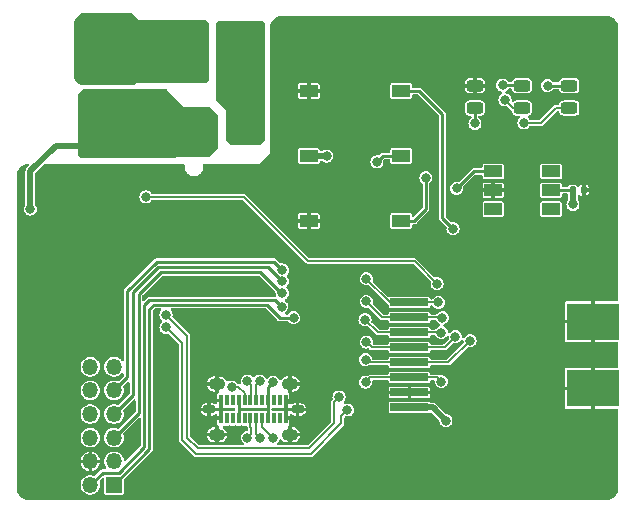
<source format=gbr>
%TF.GenerationSoftware,KiCad,Pcbnew,8.0.4*%
%TF.CreationDate,2024-08-25T16:24:29+03:00*%
%TF.ProjectId,OSSM-integrated-board,4f53534d-2d69-46e7-9465-677261746564,rev?*%
%TF.SameCoordinates,Original*%
%TF.FileFunction,Copper,L1,Top*%
%TF.FilePolarity,Positive*%
%FSLAX46Y46*%
G04 Gerber Fmt 4.6, Leading zero omitted, Abs format (unit mm)*
G04 Created by KiCad (PCBNEW 8.0.4) date 2024-08-25 16:24:29*
%MOMM*%
%LPD*%
G01*
G04 APERTURE LIST*
G04 Aperture macros list*
%AMRoundRect*
0 Rectangle with rounded corners*
0 $1 Rounding radius*
0 $2 $3 $4 $5 $6 $7 $8 $9 X,Y pos of 4 corners*
0 Add a 4 corners polygon primitive as box body*
4,1,4,$2,$3,$4,$5,$6,$7,$8,$9,$2,$3,0*
0 Add four circle primitives for the rounded corners*
1,1,$1+$1,$2,$3*
1,1,$1+$1,$4,$5*
1,1,$1+$1,$6,$7*
1,1,$1+$1,$8,$9*
0 Add four rect primitives between the rounded corners*
20,1,$1+$1,$2,$3,$4,$5,0*
20,1,$1+$1,$4,$5,$6,$7,0*
20,1,$1+$1,$6,$7,$8,$9,0*
20,1,$1+$1,$8,$9,$2,$3,0*%
G04 Aperture macros list end*
%TA.AperFunction,ComponentPad*%
%ADD10R,1.350000X1.350000*%
%TD*%
%TA.AperFunction,ComponentPad*%
%ADD11O,1.350000X1.350000*%
%TD*%
%TA.AperFunction,SMDPad,CuDef*%
%ADD12R,1.500000X1.000000*%
%TD*%
%TA.AperFunction,SMDPad,CuDef*%
%ADD13R,3.200000X0.700000*%
%TD*%
%TA.AperFunction,SMDPad,CuDef*%
%ADD14R,4.500000X3.150000*%
%TD*%
%TA.AperFunction,SMDPad,CuDef*%
%ADD15R,0.300000X0.950000*%
%TD*%
%TA.AperFunction,ComponentPad*%
%ADD16O,1.150000X0.750000*%
%TD*%
%TA.AperFunction,ComponentPad*%
%ADD17O,1.400000X1.000000*%
%TD*%
%TA.AperFunction,SMDPad,CuDef*%
%ADD18RoundRect,0.243750X-0.456250X0.243750X-0.456250X-0.243750X0.456250X-0.243750X0.456250X0.243750X0*%
%TD*%
%TA.AperFunction,ComponentPad*%
%ADD19RoundRect,0.250001X-0.499999X0.499999X-0.499999X-0.499999X0.499999X-0.499999X0.499999X0.499999X0*%
%TD*%
%TA.AperFunction,ComponentPad*%
%ADD20C,1.500000*%
%TD*%
%TA.AperFunction,SMDPad,CuDef*%
%ADD21RoundRect,0.140000X0.140000X0.170000X-0.140000X0.170000X-0.140000X-0.170000X0.140000X-0.170000X0*%
%TD*%
%TA.AperFunction,HeatsinkPad*%
%ADD22C,0.600000*%
%TD*%
%TA.AperFunction,ViaPad*%
%ADD23C,0.800000*%
%TD*%
%TA.AperFunction,Conductor*%
%ADD24C,0.500000*%
%TD*%
%TA.AperFunction,Conductor*%
%ADD25C,0.250000*%
%TD*%
%TA.AperFunction,Conductor*%
%ADD26C,0.200000*%
%TD*%
%TA.AperFunction,Conductor*%
%ADD27C,0.150000*%
%TD*%
G04 APERTURE END LIST*
D10*
%TO.P,J4,1,Pin_1*%
%TO.N,MOT_CON_GND*%
X100800000Y-101000000D03*
D11*
%TO.P,J4,2,Pin_2*%
X98800000Y-101000000D03*
%TO.P,J4,3,Pin_3*%
X100800000Y-99000000D03*
%TO.P,J4,4,Pin_4*%
X98800000Y-99000000D03*
%TO.P,J4,5,Pin_5*%
X100800000Y-97000000D03*
%TO.P,J4,6,Pin_6*%
X98800000Y-97000000D03*
%TO.P,J4,7,Pin_7*%
%TO.N,MOT_CON_V*%
X100800000Y-95000000D03*
%TO.P,J4,8,Pin_8*%
X98800000Y-95000000D03*
%TO.P,J4,9,Pin_9*%
X100800000Y-93000000D03*
%TO.P,J4,10,Pin_10*%
X98800000Y-93000000D03*
%TO.P,J4,11,Pin_11*%
X100800000Y-91000000D03*
%TO.P,J4,12,Pin_12*%
X98800000Y-91000000D03*
%TD*%
D12*
%TO.P,D4,1,VCC*%
%TO.N,unconnected-(D4-VCC-Pad1)*%
X137800000Y-106350000D03*
%TO.P,D4,2,VDD*%
%TO.N,+3.3V*%
X137800000Y-104750000D03*
%TO.P,D4,3,DOUT*%
%TO.N,unconnected-(D4-DOUT-Pad3)*%
X137800000Y-103150000D03*
%TO.P,D4,4,DIN*%
%TO.N,RGB_LED*%
X132900000Y-103150000D03*
%TO.P,D4,5,GND*%
%TO.N,IO_GND*%
X132900000Y-104750000D03*
%TO.P,D4,6,BIN*%
%TO.N,unconnected-(D4-BIN-Pad6)*%
X132900000Y-106350000D03*
%TD*%
D10*
%TO.P,J5,1,Pin_1*%
%TO.N,IO_DIR*%
X100800000Y-129700000D03*
D11*
%TO.P,J5,2,Pin_2*%
%TO.N,IO_PUL*%
X98800000Y-129700000D03*
%TO.P,J5,3,Pin_3*%
%TO.N,IO_3V*%
X100800000Y-127700000D03*
%TO.P,J5,4,Pin_4*%
%TO.N,IO_GND*%
X98800000Y-127700000D03*
%TO.P,J5,5,Pin_5*%
%TO.N,IO_ENA*%
X100800000Y-125700000D03*
%TO.P,J5,6,Pin_6*%
%TO.N,IO_???*%
X98800000Y-125700000D03*
%TO.P,J5,7,Pin_7*%
%TO.N,IO_ALM*%
X100800000Y-123700000D03*
%TO.P,J5,8,Pin_8*%
%TO.N,IO_RX*%
X98800000Y-123700000D03*
%TO.P,J5,9,Pin_9*%
%TO.N,IO_PED*%
X100800000Y-121700000D03*
%TO.P,J5,10,Pin_10*%
%TO.N,IO_TX*%
X98800000Y-121700000D03*
%TO.P,J5,11,Pin_11*%
%TO.N,IO_LED_PWR*%
X100800000Y-119700000D03*
%TO.P,J5,12,Pin_12*%
%TO.N,IO_LED_ALM*%
X98800000Y-119700000D03*
%TD*%
D12*
%TO.P,SW2,1,A*%
%TO.N,ESP_WIFI_SWITCH*%
X125100000Y-101850000D03*
%TO.P,SW2,2,B*%
%TO.N,+3.3V*%
X117300000Y-101850000D03*
%TD*%
D13*
%TO.P,J2,1*%
%TO.N,+3.3V*%
X125800000Y-123145000D03*
%TO.P,J2,2*%
%TO.N,IO_GND*%
X125800000Y-121875000D03*
%TO.P,J2,3*%
%TO.N,ESP_REM_ENCODER_SW*%
X125800000Y-120605000D03*
%TO.P,J2,4*%
%TO.N,ESP_REM_ENCODER_B*%
X125800000Y-119335000D03*
%TO.P,J2,5*%
%TO.N,ESP_REM_ENCODER_A*%
X125800000Y-118065000D03*
%TO.P,J2,6*%
%TO.N,ESP_REM_I2C_SCL*%
X125800000Y-116795000D03*
%TO.P,J2,7*%
%TO.N,ESP_REM_I2C_SDA*%
X125800000Y-115525000D03*
%TO.P,J2,8*%
%TO.N,ESP_REM_POT*%
X125800000Y-114255000D03*
D14*
%TO.P,J2,SH*%
%TO.N,IO_GND*%
X141350000Y-121525000D03*
X141350000Y-115875000D03*
%TD*%
D15*
%TO.P,J3,A1,GND*%
%TO.N,IO_GND*%
X109850000Y-122545000D03*
%TO.P,J3,A2,TX1+*%
%TO.N,unconnected-(J3-TX1+-PadA2)*%
X110350000Y-122545000D03*
%TO.P,J3,A3,TX1-*%
%TO.N,unconnected-(J3-TX1--PadA3)*%
X110850000Y-122545000D03*
%TO.P,J3,A4,VBUS*%
%TO.N,Net-(D2-A)*%
X111350000Y-122545000D03*
%TO.P,J3,A5,CC1*%
%TO.N,Net-(J3-CC1)*%
X111850000Y-122545000D03*
%TO.P,J3,A6,D+*%
%TO.N,/USB_D+*%
X112350000Y-122545000D03*
%TO.P,J3,A7,D-*%
%TO.N,/USB_D-*%
X112850000Y-122545000D03*
%TO.P,J3,A8,SBU1*%
%TO.N,unconnected-(J3-SBU1-PadA8)*%
X113350000Y-122545000D03*
%TO.P,J3,A9,VBUS*%
%TO.N,Net-(D2-A)*%
X113850000Y-122545000D03*
%TO.P,J3,A10,RX2-*%
%TO.N,unconnected-(J3-RX2--PadA10)*%
X114350000Y-122545000D03*
%TO.P,J3,A11,RX2+*%
%TO.N,unconnected-(J3-RX2+-PadA11)*%
X114850000Y-122545000D03*
%TO.P,J3,A12,GND*%
%TO.N,IO_GND*%
X115350000Y-122545000D03*
%TO.P,J3,B1,GND*%
X115350000Y-124055000D03*
%TO.P,J3,B2,TX2+*%
%TO.N,unconnected-(J3-TX2+-PadB2)*%
X114850000Y-124055000D03*
%TO.P,J3,B3,TX2-*%
%TO.N,unconnected-(J3-TX2--PadB3)*%
X114350000Y-124055000D03*
%TO.P,J3,B4,VBUS*%
%TO.N,Net-(D2-A)*%
X113850000Y-124055000D03*
%TO.P,J3,B5,CC2*%
%TO.N,Net-(J3-CC2)*%
X113350000Y-124055000D03*
%TO.P,J3,B6,D+*%
%TO.N,/USB_D+*%
X112850000Y-124055000D03*
%TO.P,J3,B7,D-*%
%TO.N,/USB_D-*%
X112350000Y-124055000D03*
%TO.P,J3,B8,SBU2*%
%TO.N,unconnected-(J3-SBU2-PadB8)*%
X111850000Y-124055000D03*
%TO.P,J3,B9,VBUS*%
%TO.N,Net-(D2-A)*%
X111350000Y-124055000D03*
%TO.P,J3,B10,RX1-*%
%TO.N,unconnected-(J3-RX1--PadB10)*%
X110850000Y-124055000D03*
%TO.P,J3,B11,RX1+*%
%TO.N,unconnected-(J3-RX1+-PadB11)*%
X110350000Y-124055000D03*
%TO.P,J3,B12,GND*%
%TO.N,IO_GND*%
X109850000Y-124055000D03*
D16*
%TO.P,J3,S1,SHIELD*%
X108850000Y-123300000D03*
D17*
X109500000Y-121150000D03*
X109500000Y-125450000D03*
X115700000Y-121150000D03*
X115700000Y-125450000D03*
D16*
X116350000Y-123300000D03*
%TD*%
D18*
%TO.P,D8,1,K*%
%TO.N,Net-(D8-K)*%
X135350000Y-95912500D03*
%TO.P,D8,2,A*%
%TO.N,IO_LED_ALM*%
X135350000Y-97787500D03*
%TD*%
D19*
%TO.P,J1,1,Pin_1*%
%TO.N,+36V*%
X111500000Y-99800000D03*
D20*
%TO.P,J1,2,Pin_2*%
%TO.N,MOT_CON_GND*%
X108500000Y-99800000D03*
%TD*%
D18*
%TO.P,D15,1,K*%
%TO.N,IO_GND*%
X131350000Y-95912500D03*
%TO.P,D15,2,A*%
%TO.N,Net-(D15-A)*%
X131350000Y-97787500D03*
%TD*%
D21*
%TO.P,C9,1*%
%TO.N,IO_GND*%
X140580000Y-104750000D03*
%TO.P,C9,2*%
%TO.N,+3.3V*%
X139620000Y-104750000D03*
%TD*%
D12*
%TO.P,SW3,1,A*%
%TO.N,IO_GND*%
X117300000Y-96350000D03*
%TO.P,SW3,2,B*%
%TO.N,ESP_EN*%
X125100000Y-96350000D03*
%TD*%
%TO.P,SW1,1,A*%
%TO.N,IO_GND*%
X117300000Y-107350000D03*
%TO.P,SW1,2,B*%
%TO.N,ESP_IO0*%
X125100000Y-107350000D03*
%TD*%
D18*
%TO.P,D9,1,K*%
%TO.N,Net-(D9-K)*%
X139350000Y-95912500D03*
%TO.P,D9,2,A*%
%TO.N,IO_LED_PWR*%
X139350000Y-97787500D03*
%TD*%
D22*
%TO.P,U1,41,GND*%
%TO.N,IO_GND*%
X133990000Y-113250000D03*
X135390000Y-113250000D03*
X133290000Y-112550000D03*
X134690000Y-112550000D03*
X136090000Y-112550000D03*
X133990000Y-111850000D03*
X135390000Y-111850000D03*
X133290000Y-111150000D03*
X134690000Y-111150000D03*
X136090000Y-111150000D03*
X133990000Y-110450000D03*
X135390000Y-110450000D03*
%TD*%
D23*
%TO.N,+3.3V*%
X128900000Y-124250000D03*
X118800000Y-101850000D03*
X139650000Y-105950000D03*
%TO.N,+36V*%
X111500000Y-91400000D03*
X111500000Y-92650000D03*
X111500000Y-94700000D03*
X111450000Y-93600000D03*
%TO.N,Net-(D8-K)*%
X133700000Y-95850000D03*
%TO.N,Net-(D9-K)*%
X137500000Y-95900000D03*
%TO.N,Net-(D2-A)*%
X114250000Y-121000000D03*
%TO.N,MOT_CON_V*%
X105750000Y-92350000D03*
X104450000Y-91050000D03*
X106950000Y-92350000D03*
X108250000Y-93650000D03*
X108250000Y-92350000D03*
X105750000Y-91050000D03*
X108250000Y-94950000D03*
X104450000Y-93650000D03*
X104450000Y-94950000D03*
X106950000Y-94950000D03*
X108250000Y-91050000D03*
X105750000Y-93650000D03*
X106950000Y-91050000D03*
X104450000Y-92350000D03*
X106950000Y-93650000D03*
X105750000Y-94950000D03*
%TO.N,IO_LED_ALM*%
X133900000Y-97100000D03*
%TO.N,IO_LED_PWR*%
X135500000Y-99050000D03*
%TO.N,/USB_D+*%
X113125000Y-125700000D03*
X112075000Y-120900000D03*
%TO.N,/USB_D-*%
X113125000Y-120900000D03*
X112075000Y-125700000D03*
%TO.N,IO_ENA*%
X115050000Y-113450000D03*
%TO.N,IO_PED*%
X115052298Y-111497702D03*
%TO.N,IO_GND*%
X141350000Y-124050000D03*
X138100000Y-123000000D03*
X139550000Y-113550000D03*
X115700000Y-96350000D03*
X142400000Y-100150000D03*
X115750000Y-107350000D03*
X111200000Y-112400000D03*
X123400000Y-122550000D03*
X142400000Y-103000000D03*
X128300000Y-122050000D03*
X142450000Y-116900000D03*
X105100000Y-121550000D03*
X111150000Y-118650000D03*
%TO.N,IO_DIR*%
X116000000Y-115550000D03*
%TO.N,IO_PUL*%
X115000000Y-114600000D03*
%TO.N,IO_ALM*%
X115050000Y-112450000D03*
%TO.N,MOT_CON_GND*%
X93700000Y-106350000D03*
%TO.N,ESP_MOTOR_V*%
X103500000Y-105312500D03*
X128150000Y-112650000D03*
%TO.N,ESP_EN*%
X129500000Y-108000000D03*
%TO.N,ESP_IO0*%
X127200000Y-103700000D03*
%TO.N,RGB_LED*%
X129800000Y-104600000D03*
%TO.N,ESP_IO_RXD*%
X105200000Y-115300000D03*
X119850000Y-122267004D03*
%TO.N,ESP_IO_TXD*%
X105200000Y-116350000D03*
X120550000Y-123350000D03*
%TO.N,ESP_REM_I2C_SDA*%
X122150000Y-114150000D03*
X128600000Y-115550000D03*
%TO.N,ESP_REM_POT*%
X128250000Y-114250000D03*
X122150000Y-112250000D03*
%TO.N,ESP_REM_ENCODER_A*%
X122150000Y-117600000D03*
X129700000Y-117150000D03*
%TO.N,ESP_REM_I2C_SCL*%
X122050000Y-115700000D03*
X128500000Y-116800000D03*
%TO.N,ESP_REM_ENCODER_SW*%
X128500000Y-120950000D03*
X122100000Y-121000000D03*
%TO.N,ESP_REM_ENCODER_B*%
X122100000Y-119100000D03*
X130950000Y-117500000D03*
%TO.N,ESP_WIFI_SWITCH*%
X123050000Y-102350000D03*
%TO.N,Net-(J3-CC1)*%
X110750000Y-121400000D03*
%TO.N,Net-(J3-CC2)*%
X114250000Y-125700000D03*
%TO.N,Net-(D15-A)*%
X131350000Y-99100000D03*
%TD*%
D24*
%TO.N,+3.3V*%
X125800000Y-123145000D02*
X127795000Y-123145000D01*
X139650000Y-105950000D02*
X139650000Y-104780000D01*
D25*
X139620000Y-104750000D02*
X137800000Y-104750000D01*
D24*
X127795000Y-123145000D02*
X128900000Y-124250000D01*
X139650000Y-104780000D02*
X139620000Y-104750000D01*
X117300000Y-101850000D02*
X118800000Y-101850000D01*
D25*
%TO.N,Net-(D8-K)*%
X133700000Y-95850000D02*
X135287500Y-95850000D01*
X135287500Y-95850000D02*
X135350000Y-95912500D01*
%TO.N,Net-(D9-K)*%
X139337500Y-95900000D02*
X139350000Y-95912500D01*
X137500000Y-95900000D02*
X139337500Y-95900000D01*
%TO.N,Net-(D2-A)*%
X113850000Y-123300000D02*
X113850000Y-122545000D01*
X113850000Y-122545000D02*
X113850000Y-121400000D01*
X111350000Y-123300000D02*
X111350000Y-122545000D01*
X111350000Y-123300000D02*
X113850000Y-123300000D01*
X113850000Y-121400000D02*
X114250000Y-121000000D01*
X113850000Y-124055000D02*
X113850000Y-123300000D01*
X111350000Y-124055000D02*
X111350000Y-123300000D01*
D26*
%TO.N,IO_LED_ALM*%
X133900000Y-97100000D02*
X134587500Y-97787500D01*
X134587500Y-97787500D02*
X135350000Y-97787500D01*
%TO.N,IO_LED_PWR*%
X138212500Y-97787500D02*
X139350000Y-97787500D01*
X136950000Y-99050000D02*
X138212500Y-97787500D01*
X135500000Y-99050000D02*
X136950000Y-99050000D01*
%TO.N,/USB_D+*%
X112825000Y-125400000D02*
X112825000Y-124792501D01*
X112374999Y-122520001D02*
X112374999Y-121199999D01*
X112825000Y-124792501D02*
X112850000Y-124767501D01*
X112350000Y-122545000D02*
X112374999Y-122520001D01*
X113125000Y-125700000D02*
X112825000Y-125400000D01*
X112850000Y-124767501D02*
X112850000Y-124055000D01*
X112374999Y-121199999D02*
X112075000Y-120900000D01*
X112350000Y-122505000D02*
X112374999Y-122529999D01*
X112850000Y-124055000D02*
X112825001Y-124079999D01*
%TO.N,/USB_D-*%
X112350000Y-124767501D02*
X112350000Y-124055000D01*
X112850000Y-122505000D02*
X112825001Y-122529999D01*
X112825001Y-122520001D02*
X112825001Y-121199999D01*
X112375000Y-124792501D02*
X112350000Y-124767501D01*
X112075000Y-125700000D02*
X112375000Y-125400000D01*
X112825001Y-121199999D02*
X113125000Y-120900000D01*
X112375000Y-125400000D02*
X112375000Y-124792501D01*
X112850000Y-122545000D02*
X112825001Y-122520001D01*
X112350000Y-124055000D02*
X112374999Y-124079999D01*
D25*
%TO.N,IO_ENA*%
X104750000Y-111700000D02*
X102900000Y-113550000D01*
X114945405Y-113450000D02*
X113195405Y-111700000D01*
X102900000Y-113550000D02*
X102900000Y-123600000D01*
X102900000Y-123600000D02*
X100800000Y-125700000D01*
X113195405Y-111700000D02*
X104750000Y-111700000D01*
X115050000Y-113450000D02*
X114945405Y-113450000D01*
%TO.N,IO_PED*%
X101900000Y-120600000D02*
X100800000Y-121700000D01*
X101900000Y-113300000D02*
X101900000Y-120600000D01*
X114354596Y-110800000D02*
X104400000Y-110800000D01*
X115052298Y-111497702D02*
X114354596Y-110800000D01*
X104400000Y-110800000D02*
X101900000Y-113300000D01*
%TO.N,IO_DIR*%
X104150000Y-114450000D02*
X103800000Y-114800000D01*
X113750000Y-114450000D02*
X104150000Y-114450000D01*
X116000000Y-115550000D02*
X114850000Y-115550000D01*
X103800000Y-126700000D02*
X100800000Y-129700000D01*
X114850000Y-115550000D02*
X113750000Y-114450000D01*
X103800000Y-114800000D02*
X103800000Y-126700000D01*
%TO.N,IO_PUL*%
X103800000Y-114050000D02*
X103350000Y-114500000D01*
X103350000Y-126500000D02*
X101200000Y-128650000D01*
X103350000Y-114500000D02*
X103350000Y-126500000D01*
X115000000Y-114600000D02*
X114450000Y-114050000D01*
X101200000Y-128650000D02*
X99850000Y-128650000D01*
X99850000Y-128650000D02*
X98800000Y-129700000D01*
X114450000Y-114050000D02*
X103800000Y-114050000D01*
%TO.N,IO_ALM*%
X102400000Y-113400000D02*
X102400000Y-122100000D01*
X113850000Y-111250000D02*
X104550000Y-111250000D01*
X104550000Y-111250000D02*
X102400000Y-113400000D01*
X115050000Y-112450000D02*
X113850000Y-111250000D01*
X102400000Y-122100000D02*
X100800000Y-123700000D01*
D24*
%TO.N,MOT_CON_GND*%
X95850000Y-101000000D02*
X93700000Y-103150000D01*
X93700000Y-103150000D02*
X93700000Y-106350000D01*
X98800000Y-101000000D02*
X95850000Y-101000000D01*
D27*
%TO.N,ESP_MOTOR_V*%
X117250000Y-110750000D02*
X126250000Y-110750000D01*
X103500000Y-105312500D02*
X111812500Y-105312500D01*
X126250000Y-110750000D02*
X128150000Y-112650000D01*
X111812500Y-105312500D02*
X117250000Y-110750000D01*
D25*
%TO.N,ESP_EN*%
X126650000Y-96350000D02*
X125100000Y-96350000D01*
X128600000Y-107100000D02*
X128600000Y-98300000D01*
X128600000Y-98300000D02*
X126650000Y-96350000D01*
X129500000Y-108000000D02*
X128600000Y-107100000D01*
%TO.N,ESP_IO0*%
X126200000Y-107350000D02*
X125100000Y-107350000D01*
X127200000Y-103700000D02*
X127200000Y-106350000D01*
X127200000Y-106350000D02*
X126200000Y-107350000D01*
%TO.N,RGB_LED*%
X131250000Y-103150000D02*
X129800000Y-104600000D01*
X132900000Y-103150000D02*
X131250000Y-103150000D01*
D26*
%TO.N,ESP_IO_RXD*%
X107900000Y-126600000D02*
X117300000Y-126600000D01*
X119450000Y-124450000D02*
X119450000Y-122667004D01*
X107000000Y-117100000D02*
X107000000Y-125700000D01*
X105200000Y-115300000D02*
X107000000Y-117100000D01*
X117300000Y-126600000D02*
X119450000Y-124450000D01*
X119450000Y-122667004D02*
X119850000Y-122267004D01*
X107000000Y-125700000D02*
X107900000Y-126600000D01*
%TO.N,ESP_IO_TXD*%
X120050000Y-124500000D02*
X120050000Y-123850000D01*
X107700000Y-127050000D02*
X117500000Y-127050000D01*
X105200000Y-116350000D02*
X106550000Y-117700000D01*
X106550000Y-117700000D02*
X106550000Y-125900000D01*
X120050000Y-123850000D02*
X120550000Y-123350000D01*
X117500000Y-127050000D02*
X120050000Y-124500000D01*
X106550000Y-125900000D02*
X107700000Y-127050000D01*
D27*
%TO.N,ESP_REM_I2C_SDA*%
X123525000Y-115525000D02*
X122150000Y-114150000D01*
D26*
X128575000Y-115525000D02*
X125800000Y-115525000D01*
D27*
X125800000Y-115525000D02*
X123525000Y-115525000D01*
D26*
X128600000Y-115550000D02*
X128575000Y-115525000D01*
D27*
%TO.N,ESP_REM_POT*%
X124155000Y-114255000D02*
X122150000Y-112250000D01*
X125800000Y-114255000D02*
X124155000Y-114255000D01*
D26*
X128245000Y-114255000D02*
X125800000Y-114255000D01*
X128250000Y-114250000D02*
X128245000Y-114255000D01*
%TO.N,ESP_REM_ENCODER_A*%
X128785000Y-118065000D02*
X125800000Y-118065000D01*
X129700000Y-117150000D02*
X128785000Y-118065000D01*
D27*
X122615000Y-118065000D02*
X122150000Y-117600000D01*
X125800000Y-118065000D02*
X122615000Y-118065000D01*
%TO.N,ESP_REM_I2C_SCL*%
X123145000Y-116795000D02*
X122050000Y-115700000D01*
D26*
X128495000Y-116795000D02*
X125800000Y-116795000D01*
X128500000Y-116800000D02*
X128495000Y-116795000D01*
D27*
X125800000Y-116795000D02*
X123145000Y-116795000D01*
%TO.N,ESP_REM_ENCODER_SW*%
X128500000Y-120950000D02*
X128155000Y-120605000D01*
X122495000Y-120605000D02*
X122100000Y-121000000D01*
X128155000Y-120605000D02*
X125800000Y-120605000D01*
X125800000Y-120605000D02*
X122495000Y-120605000D01*
D26*
%TO.N,ESP_REM_ENCODER_B*%
X130950000Y-117500000D02*
X129115000Y-119335000D01*
D27*
X125800000Y-119335000D02*
X122335000Y-119335000D01*
D26*
X129115000Y-119335000D02*
X125800000Y-119335000D01*
D27*
X122335000Y-119335000D02*
X122100000Y-119100000D01*
D25*
%TO.N,ESP_WIFI_SWITCH*%
X125100000Y-101850000D02*
X123550000Y-101850000D01*
X123550000Y-101850000D02*
X123050000Y-102350000D01*
D27*
%TO.N,Net-(J3-CC1)*%
X111850000Y-122545000D02*
X111850000Y-121920000D01*
X111330000Y-121400000D02*
X110750000Y-121400000D01*
X111850000Y-121920000D02*
X111330000Y-121400000D01*
%TO.N,Net-(J3-CC2)*%
X114250000Y-125700000D02*
X113350000Y-124800000D01*
X113350000Y-124800000D02*
X113350000Y-124055000D01*
D25*
%TO.N,Net-(D15-A)*%
X131350000Y-99100000D02*
X131350000Y-97787500D01*
%TD*%
%TA.AperFunction,Conductor*%
%TO.N,MOT_CON_GND*%
G36*
X105265677Y-96219685D02*
G01*
X105286319Y-96236319D01*
X106750000Y-97700000D01*
X108848638Y-97700000D01*
X108915677Y-97719685D01*
X108936319Y-97736319D01*
X109563681Y-98363681D01*
X109597166Y-98425004D01*
X109600000Y-98451362D01*
X109600000Y-101148638D01*
X109580315Y-101215677D01*
X109563681Y-101236319D01*
X108936319Y-101863681D01*
X108874996Y-101897166D01*
X108848638Y-101900000D01*
X106049999Y-101900000D01*
X105936319Y-102013681D01*
X105874996Y-102047166D01*
X105848638Y-102050000D01*
X98101362Y-102050000D01*
X98034323Y-102030315D01*
X98013681Y-102013681D01*
X97786319Y-101786319D01*
X97752834Y-101724996D01*
X97750000Y-101698638D01*
X97750000Y-96651362D01*
X97769685Y-96584323D01*
X97786319Y-96563681D01*
X98113681Y-96236319D01*
X98175004Y-96202834D01*
X98201362Y-96200000D01*
X105198638Y-96200000D01*
X105265677Y-96219685D01*
G37*
%TD.AperFunction*%
%TD*%
%TA.AperFunction,Conductor*%
%TO.N,+36V*%
G36*
X113365677Y-90418890D02*
G01*
X113386319Y-90435524D01*
X113513681Y-90562886D01*
X113547166Y-90624209D01*
X113550000Y-90650567D01*
X113550000Y-100498638D01*
X113530315Y-100565677D01*
X113513681Y-100586319D01*
X113186335Y-100913664D01*
X113125012Y-100947149D01*
X113098615Y-100949983D01*
X110705661Y-100949222D01*
X110638627Y-100929516D01*
X110613021Y-100907603D01*
X110281321Y-100534441D01*
X110251495Y-100471258D01*
X110250000Y-100452060D01*
X110250000Y-97950000D01*
X109436319Y-97136319D01*
X109402834Y-97074996D01*
X109400000Y-97048638D01*
X109400000Y-90650567D01*
X109419685Y-90583528D01*
X109436319Y-90562886D01*
X109563681Y-90435524D01*
X109625004Y-90402039D01*
X109651362Y-90399205D01*
X113298638Y-90399205D01*
X113365677Y-90418890D01*
G37*
%TD.AperFunction*%
%TD*%
%TA.AperFunction,Conductor*%
%TO.N,MOT_CON_V*%
G36*
X102315677Y-89769685D02*
G01*
X102336319Y-89786319D01*
X102900000Y-90350000D01*
X108548638Y-90350000D01*
X108615677Y-90369685D01*
X108636319Y-90386319D01*
X108763681Y-90513681D01*
X108797166Y-90575004D01*
X108800000Y-90601362D01*
X108800000Y-95398638D01*
X108780315Y-95465677D01*
X108763681Y-95486319D01*
X108636319Y-95613681D01*
X108574996Y-95647166D01*
X108548638Y-95650000D01*
X102701893Y-95650000D01*
X102533946Y-95775368D01*
X102468449Y-95799696D01*
X102459771Y-95800000D01*
X97951362Y-95800000D01*
X97884323Y-95780315D01*
X97863681Y-95763681D01*
X97486319Y-95386319D01*
X97452834Y-95324996D01*
X97450000Y-95298638D01*
X97450000Y-90401362D01*
X97469685Y-90334323D01*
X97486319Y-90313681D01*
X98013681Y-89786319D01*
X98075004Y-89752834D01*
X98101362Y-89750000D01*
X102248638Y-89750000D01*
X102315677Y-89769685D01*
G37*
%TD.AperFunction*%
%TD*%
%TA.AperFunction,Conductor*%
%TO.N,IO_GND*%
G36*
X113096967Y-111995185D02*
G01*
X113117609Y-112011819D01*
X114458611Y-113352822D01*
X114492096Y-113414145D01*
X114493255Y-113441873D01*
X114494750Y-113441873D01*
X114494750Y-113449999D01*
X114494750Y-113450000D01*
X114513670Y-113593709D01*
X114517539Y-113603049D01*
X114525007Y-113672518D01*
X114493731Y-113734997D01*
X114433641Y-113770649D01*
X114402977Y-113774500D01*
X103745198Y-113774500D01*
X103673599Y-113804158D01*
X103643939Y-113816443D01*
X103387181Y-114073203D01*
X103325858Y-114106688D01*
X103256167Y-114101704D01*
X103200233Y-114059833D01*
X103175816Y-113994368D01*
X103175500Y-113985522D01*
X103175500Y-113715477D01*
X103195185Y-113648438D01*
X103211819Y-113627796D01*
X104827797Y-112011819D01*
X104889120Y-111978334D01*
X104915478Y-111975500D01*
X113029928Y-111975500D01*
X113096967Y-111995185D01*
G37*
%TD.AperFunction*%
%TA.AperFunction,Conductor*%
G36*
X142506061Y-90000597D02*
G01*
X142682941Y-90018018D01*
X142706769Y-90022757D01*
X142871001Y-90072576D01*
X142893453Y-90081877D01*
X143044798Y-90162772D01*
X143065010Y-90176277D01*
X143197666Y-90285145D01*
X143214854Y-90302333D01*
X143323722Y-90434989D01*
X143337227Y-90455201D01*
X143418121Y-90606543D01*
X143427424Y-90629001D01*
X143477240Y-90793224D01*
X143481982Y-90817065D01*
X143499403Y-90993938D01*
X143500000Y-91006092D01*
X143500000Y-114026000D01*
X143480315Y-114093039D01*
X143427511Y-114138794D01*
X143376000Y-114150000D01*
X141500000Y-114150000D01*
X141500000Y-117599999D01*
X143376000Y-117599999D01*
X143443039Y-117619684D01*
X143488794Y-117672488D01*
X143500000Y-117723999D01*
X143500000Y-119676000D01*
X143480315Y-119743039D01*
X143427511Y-119788794D01*
X143376000Y-119800000D01*
X141500000Y-119800000D01*
X141500000Y-123249999D01*
X143376000Y-123249999D01*
X143443039Y-123269684D01*
X143488794Y-123322488D01*
X143500000Y-123373999D01*
X143500000Y-129993907D01*
X143499403Y-130006061D01*
X143481982Y-130182934D01*
X143477240Y-130206775D01*
X143427424Y-130370998D01*
X143418121Y-130393456D01*
X143337227Y-130544798D01*
X143323722Y-130565010D01*
X143214854Y-130697666D01*
X143197666Y-130714854D01*
X143065010Y-130823722D01*
X143044798Y-130837227D01*
X142893456Y-130918121D01*
X142870998Y-130927424D01*
X142706775Y-130977240D01*
X142682934Y-130981982D01*
X142506061Y-130999403D01*
X142493907Y-131000000D01*
X93556093Y-131000000D01*
X93543939Y-130999403D01*
X93367065Y-130981982D01*
X93343224Y-130977240D01*
X93179001Y-130927424D01*
X93156543Y-130918121D01*
X93005201Y-130837227D01*
X92984989Y-130823722D01*
X92852333Y-130714854D01*
X92835145Y-130697666D01*
X92726277Y-130565010D01*
X92712772Y-130544798D01*
X92631878Y-130393456D01*
X92622575Y-130370998D01*
X92572757Y-130206769D01*
X92568018Y-130182941D01*
X92550597Y-130006061D01*
X92550000Y-129993907D01*
X92550000Y-129700000D01*
X97969953Y-129700000D01*
X97988092Y-129872576D01*
X97988093Y-129872579D01*
X98041712Y-130037608D01*
X98128477Y-130187887D01*
X98128476Y-130187887D01*
X98145478Y-130206769D01*
X98244590Y-130316845D01*
X98384976Y-130418842D01*
X98543495Y-130489420D01*
X98543501Y-130489422D01*
X98713236Y-130525500D01*
X98713237Y-130525500D01*
X98886762Y-130525500D01*
X98886764Y-130525500D01*
X99056499Y-130489422D01*
X99056501Y-130489420D01*
X99056504Y-130489420D01*
X99109899Y-130465646D01*
X99215024Y-130418842D01*
X99355410Y-130316845D01*
X99471522Y-130187889D01*
X99558286Y-130037611D01*
X99611908Y-129872576D01*
X99630047Y-129700000D01*
X99611908Y-129527424D01*
X99574150Y-129411213D01*
X99572155Y-129341372D01*
X99604400Y-129285215D01*
X99749448Y-129140167D01*
X99762820Y-129126795D01*
X99824142Y-129093311D01*
X99893834Y-129098295D01*
X99949767Y-129140167D01*
X99974184Y-129205631D01*
X99974500Y-129214477D01*
X99974500Y-130389820D01*
X99974500Y-130389822D01*
X99974499Y-130389822D01*
X99983231Y-130433717D01*
X99983232Y-130433721D01*
X99983233Y-130433722D01*
X100016496Y-130483504D01*
X100066278Y-130516767D01*
X100066281Y-130516767D01*
X100066282Y-130516768D01*
X100110177Y-130525500D01*
X100110180Y-130525500D01*
X101489822Y-130525500D01*
X101533717Y-130516768D01*
X101533717Y-130516767D01*
X101533722Y-130516767D01*
X101583504Y-130483504D01*
X101616767Y-130433722D01*
X101625500Y-130389820D01*
X101625500Y-129315477D01*
X101645185Y-129248438D01*
X101661819Y-129227796D01*
X102816874Y-128072741D01*
X104033558Y-126856058D01*
X104033558Y-126856056D01*
X104033560Y-126856055D01*
X104054529Y-126805429D01*
X104075500Y-126754800D01*
X104075500Y-126645200D01*
X104075500Y-114965477D01*
X104095185Y-114898438D01*
X104111814Y-114877801D01*
X104227798Y-114761817D01*
X104289120Y-114728334D01*
X104315478Y-114725500D01*
X104695493Y-114725500D01*
X104762532Y-114745185D01*
X104808287Y-114797989D01*
X104818231Y-114867147D01*
X104793868Y-114924987D01*
X104719139Y-115022373D01*
X104719138Y-115022376D01*
X104663671Y-115156287D01*
X104663670Y-115156291D01*
X104644750Y-115299999D01*
X104644750Y-115300000D01*
X104663670Y-115443708D01*
X104663671Y-115443712D01*
X104719137Y-115577622D01*
X104719138Y-115577624D01*
X104719139Y-115577625D01*
X104807379Y-115692621D01*
X104830448Y-115710323D01*
X104851693Y-115726625D01*
X104892896Y-115783053D01*
X104897050Y-115852799D01*
X104862837Y-115913719D01*
X104851693Y-115923375D01*
X104807381Y-115957377D01*
X104807380Y-115957378D01*
X104807379Y-115957379D01*
X104763259Y-116014877D01*
X104719137Y-116072377D01*
X104663671Y-116206287D01*
X104663670Y-116206291D01*
X104649981Y-116310271D01*
X104644750Y-116350000D01*
X104655305Y-116430175D01*
X104663670Y-116493708D01*
X104663671Y-116493712D01*
X104719137Y-116627622D01*
X104719138Y-116627624D01*
X104719139Y-116627625D01*
X104807379Y-116742621D01*
X104922375Y-116830861D01*
X105056291Y-116886330D01*
X105183280Y-116903048D01*
X105199999Y-116905250D01*
X105200000Y-116905250D01*
X105200001Y-116905250D01*
X105257414Y-116897691D01*
X105316979Y-116889849D01*
X105386015Y-116900614D01*
X105420846Y-116925107D01*
X106263181Y-117767442D01*
X106296666Y-117828765D01*
X106299500Y-117855123D01*
X106299500Y-125949829D01*
X106337636Y-126041897D01*
X107480565Y-127184825D01*
X107480568Y-127184829D01*
X107480569Y-127184829D01*
X107487635Y-127191895D01*
X107487636Y-127191897D01*
X107558103Y-127262364D01*
X107596240Y-127278160D01*
X107650173Y-127300501D01*
X107650174Y-127300501D01*
X107764262Y-127300501D01*
X107764270Y-127300500D01*
X117549826Y-127300500D01*
X117549828Y-127300500D01*
X117641897Y-127262364D01*
X120174455Y-124729803D01*
X120174458Y-124729802D01*
X120191896Y-124712364D01*
X120191897Y-124712364D01*
X120262364Y-124641897D01*
X120298301Y-124555137D01*
X120300501Y-124549827D01*
X120300501Y-124450172D01*
X120300501Y-124440183D01*
X120300500Y-124440169D01*
X120300500Y-124013797D01*
X120320185Y-123946758D01*
X120372989Y-123901003D01*
X120440685Y-123890858D01*
X120514320Y-123900552D01*
X120549999Y-123905250D01*
X120550000Y-123905250D01*
X120550001Y-123905250D01*
X120564977Y-123903278D01*
X120693709Y-123886330D01*
X120827625Y-123830861D01*
X120942621Y-123742621D01*
X121030861Y-123627625D01*
X121079656Y-123509822D01*
X124049499Y-123509822D01*
X124058231Y-123553717D01*
X124058234Y-123553724D01*
X124090414Y-123601885D01*
X124091496Y-123603504D01*
X124141278Y-123636767D01*
X124141281Y-123636767D01*
X124141282Y-123636768D01*
X124185177Y-123645500D01*
X124185180Y-123645500D01*
X127414822Y-123645500D01*
X127458717Y-123636768D01*
X127458717Y-123636767D01*
X127458722Y-123636767D01*
X127508504Y-123603504D01*
X127508510Y-123603494D01*
X127510121Y-123601885D01*
X127514535Y-123599474D01*
X127518659Y-123596719D01*
X127518905Y-123597087D01*
X127571443Y-123568397D01*
X127641135Y-123573378D01*
X127685488Y-123601881D01*
X128316675Y-124233068D01*
X128350160Y-124294391D01*
X128351933Y-124304563D01*
X128363670Y-124393707D01*
X128363671Y-124393712D01*
X128419137Y-124527622D01*
X128419138Y-124527624D01*
X128419139Y-124527625D01*
X128507379Y-124642621D01*
X128622375Y-124730861D01*
X128756291Y-124786330D01*
X128883280Y-124803048D01*
X128899999Y-124805250D01*
X128900000Y-124805250D01*
X128900001Y-124805250D01*
X128914977Y-124803278D01*
X129043709Y-124786330D01*
X129177625Y-124730861D01*
X129292621Y-124642621D01*
X129380861Y-124527625D01*
X129436330Y-124393709D01*
X129455250Y-124250000D01*
X129436330Y-124106291D01*
X129380861Y-123972375D01*
X129292621Y-123857379D01*
X129177625Y-123769139D01*
X129177624Y-123769138D01*
X129177622Y-123769137D01*
X129043712Y-123713671D01*
X129043710Y-123713670D01*
X129043709Y-123713670D01*
X128995009Y-123707258D01*
X128954563Y-123701933D01*
X128890666Y-123673666D01*
X128883068Y-123666675D01*
X128331165Y-123114772D01*
X138950001Y-123114772D01*
X138958703Y-123158526D01*
X138958704Y-123158529D01*
X138991856Y-123208143D01*
X139041473Y-123241296D01*
X139041477Y-123241298D01*
X139085221Y-123249999D01*
X141199999Y-123249999D01*
X141200000Y-123249998D01*
X141200000Y-121675000D01*
X138950001Y-121675000D01*
X138950001Y-123114772D01*
X128331165Y-123114772D01*
X128040915Y-122824522D01*
X128040913Y-122824520D01*
X127964115Y-122780180D01*
X127949589Y-122771793D01*
X127898657Y-122758146D01*
X127847727Y-122744500D01*
X127847726Y-122744500D01*
X127613540Y-122744500D01*
X127546501Y-122724815D01*
X127510438Y-122689390D01*
X127508504Y-122686496D01*
X127508503Y-122686495D01*
X127458724Y-122653234D01*
X127458717Y-122653231D01*
X127414822Y-122644500D01*
X127414820Y-122644500D01*
X124185180Y-122644500D01*
X124185178Y-122644500D01*
X124141282Y-122653231D01*
X124141275Y-122653234D01*
X124091496Y-122686495D01*
X124091495Y-122686496D01*
X124058234Y-122736275D01*
X124058231Y-122736282D01*
X124049500Y-122780177D01*
X124049500Y-122780180D01*
X124049500Y-123509820D01*
X124049500Y-123509822D01*
X124049499Y-123509822D01*
X121079656Y-123509822D01*
X121086330Y-123493709D01*
X121105250Y-123350000D01*
X121086330Y-123206291D01*
X121030861Y-123072375D01*
X120942621Y-122957379D01*
X120827625Y-122869139D01*
X120827624Y-122869138D01*
X120827622Y-122869137D01*
X120693712Y-122813671D01*
X120693710Y-122813670D01*
X120693709Y-122813670D01*
X120612284Y-122802950D01*
X120550001Y-122794750D01*
X120549999Y-122794750D01*
X120406286Y-122813670D01*
X120404300Y-122814203D01*
X120402560Y-122814161D01*
X120398234Y-122814731D01*
X120398145Y-122814056D01*
X120334450Y-122812535D01*
X120276591Y-122773369D01*
X120249091Y-122709138D01*
X120260682Y-122640237D01*
X120273837Y-122618943D01*
X120330861Y-122544629D01*
X120386330Y-122410713D01*
X120405250Y-122267004D01*
X120401665Y-122239772D01*
X124050001Y-122239772D01*
X124058703Y-122283526D01*
X124058704Y-122283529D01*
X124091856Y-122333143D01*
X124141473Y-122366296D01*
X124141477Y-122366298D01*
X124185221Y-122374999D01*
X125649999Y-122374999D01*
X125950000Y-122374999D01*
X127414772Y-122374999D01*
X127458526Y-122366296D01*
X127458529Y-122366295D01*
X127508143Y-122333143D01*
X127541296Y-122283526D01*
X127541298Y-122283522D01*
X127549999Y-122239779D01*
X127550000Y-122239777D01*
X127550000Y-122025000D01*
X125950000Y-122025000D01*
X125950000Y-122374999D01*
X125649999Y-122374999D01*
X125650000Y-122374998D01*
X125650000Y-122025000D01*
X124050001Y-122025000D01*
X124050001Y-122239772D01*
X120401665Y-122239772D01*
X120386330Y-122123295D01*
X120349350Y-122034017D01*
X120330862Y-121989381D01*
X120330861Y-121989380D01*
X120330861Y-121989379D01*
X120242621Y-121874383D01*
X120127625Y-121786143D01*
X120127624Y-121786142D01*
X120127622Y-121786141D01*
X119993712Y-121730675D01*
X119993710Y-121730674D01*
X119993709Y-121730674D01*
X119921854Y-121721214D01*
X119850001Y-121711754D01*
X119849999Y-121711754D01*
X119706291Y-121730674D01*
X119706287Y-121730675D01*
X119572377Y-121786141D01*
X119457379Y-121874383D01*
X119369137Y-121989381D01*
X119313671Y-122123291D01*
X119313670Y-122123295D01*
X119298335Y-122239777D01*
X119294750Y-122267004D01*
X119307822Y-122366296D01*
X119310151Y-122383982D01*
X119299386Y-122453017D01*
X119274894Y-122487848D01*
X119237636Y-122525106D01*
X119199500Y-122617174D01*
X119199500Y-124294877D01*
X119179815Y-124361916D01*
X119163181Y-124382558D01*
X117232558Y-126313181D01*
X117171235Y-126346666D01*
X117144877Y-126349500D01*
X114673142Y-126349500D01*
X114606103Y-126329815D01*
X114560348Y-126277011D01*
X114550404Y-126207853D01*
X114579429Y-126144297D01*
X114597655Y-126127125D01*
X114603448Y-126122679D01*
X114642621Y-126092621D01*
X114730861Y-125977625D01*
X114772172Y-125877889D01*
X114816011Y-125823488D01*
X114882305Y-125801422D01*
X114950004Y-125818700D01*
X114989833Y-125856450D01*
X114995114Y-125864354D01*
X115085643Y-125954883D01*
X115085650Y-125954889D01*
X115192108Y-126026021D01*
X115310401Y-126075020D01*
X115310409Y-126075022D01*
X115435976Y-126099999D01*
X115435980Y-126100000D01*
X115550000Y-126100000D01*
X115550000Y-125750000D01*
X115850000Y-125750000D01*
X115850000Y-126100000D01*
X115964020Y-126100000D01*
X115964023Y-126099999D01*
X116089590Y-126075022D01*
X116089598Y-126075020D01*
X116207891Y-126026021D01*
X116207892Y-126026021D01*
X116314349Y-125954889D01*
X116314356Y-125954883D01*
X116404883Y-125864356D01*
X116404889Y-125864349D01*
X116476021Y-125757892D01*
X116476021Y-125757891D01*
X116525019Y-125639600D01*
X116525020Y-125639597D01*
X116532896Y-125600000D01*
X116159808Y-125600000D01*
X116179556Y-125565796D01*
X116200000Y-125489496D01*
X116200000Y-125410504D01*
X116179556Y-125334204D01*
X116159808Y-125300000D01*
X116532896Y-125300000D01*
X116525020Y-125260402D01*
X116525019Y-125260399D01*
X116476021Y-125142108D01*
X116476021Y-125142107D01*
X116404889Y-125035650D01*
X116404883Y-125035643D01*
X116314356Y-124945116D01*
X116314349Y-124945110D01*
X116207891Y-124873978D01*
X116089598Y-124824979D01*
X116089590Y-124824977D01*
X115964023Y-124800000D01*
X115850000Y-124800000D01*
X115850000Y-125150000D01*
X115550000Y-125150000D01*
X115550000Y-124772479D01*
X115549618Y-124771780D01*
X115550000Y-124766438D01*
X115550000Y-124748638D01*
X115551273Y-124748638D01*
X115554602Y-124702088D01*
X115596474Y-124646155D01*
X115601895Y-124642318D01*
X115608144Y-124638142D01*
X115641296Y-124588526D01*
X115641298Y-124588522D01*
X115649999Y-124544779D01*
X115650000Y-124544777D01*
X115650000Y-124205000D01*
X115324000Y-124205000D01*
X115256961Y-124185315D01*
X115211206Y-124132511D01*
X115200000Y-124081000D01*
X115200000Y-123429999D01*
X115185229Y-123430000D01*
X115185226Y-123430000D01*
X115129496Y-123441086D01*
X115128886Y-123438021D01*
X115078618Y-123443413D01*
X115065719Y-123439624D01*
X115014822Y-123429500D01*
X115014820Y-123429500D01*
X114685180Y-123429500D01*
X114685178Y-123429500D01*
X114629300Y-123440615D01*
X114628718Y-123437690D01*
X114577967Y-123443140D01*
X114566572Y-123439794D01*
X114514822Y-123429500D01*
X114514820Y-123429500D01*
X114249500Y-123429500D01*
X114182461Y-123409815D01*
X114136706Y-123357011D01*
X114125500Y-123305500D01*
X114125500Y-123294500D01*
X114145185Y-123227461D01*
X114197989Y-123181706D01*
X114249500Y-123170500D01*
X114514822Y-123170500D01*
X114570700Y-123159385D01*
X114571282Y-123162311D01*
X114622013Y-123156855D01*
X114633416Y-123160203D01*
X114685177Y-123170500D01*
X114685180Y-123170500D01*
X115014821Y-123170500D01*
X115035742Y-123166338D01*
X115058722Y-123161767D01*
X115058722Y-123161766D01*
X115070700Y-123159384D01*
X115071242Y-123162111D01*
X115122670Y-123156578D01*
X115133012Y-123159614D01*
X115185214Y-123169998D01*
X115185229Y-123169999D01*
X115500000Y-123169999D01*
X115514772Y-123169999D01*
X115558526Y-123161296D01*
X115563016Y-123159437D01*
X115610465Y-123150000D01*
X116054837Y-123150000D01*
X116050871Y-123151643D01*
X116001643Y-123200871D01*
X115975000Y-123265190D01*
X115975000Y-123334810D01*
X116001643Y-123399129D01*
X116050871Y-123448357D01*
X116054837Y-123450000D01*
X115610465Y-123450000D01*
X115563008Y-123440559D01*
X115558524Y-123438701D01*
X115514778Y-123430000D01*
X115500000Y-123430000D01*
X115500000Y-123905000D01*
X115649999Y-123905000D01*
X115649999Y-123832315D01*
X115669684Y-123765276D01*
X115722488Y-123719521D01*
X115791646Y-123709577D01*
X115836000Y-123724928D01*
X115947356Y-123789220D01*
X116080885Y-123825000D01*
X116200000Y-123825000D01*
X116200000Y-123475000D01*
X116500000Y-123475000D01*
X116500000Y-123825000D01*
X116619115Y-123825000D01*
X116752643Y-123789220D01*
X116872356Y-123720103D01*
X116872359Y-123720101D01*
X116970101Y-123622359D01*
X116970103Y-123622356D01*
X117039222Y-123502641D01*
X117039223Y-123502638D01*
X117053328Y-123450000D01*
X116645163Y-123450000D01*
X116649129Y-123448357D01*
X116698357Y-123399129D01*
X116725000Y-123334810D01*
X116725000Y-123265190D01*
X116698357Y-123200871D01*
X116649129Y-123151643D01*
X116645163Y-123150000D01*
X117053328Y-123150000D01*
X117053328Y-123149999D01*
X117039223Y-123097361D01*
X117039222Y-123097358D01*
X116970103Y-122977643D01*
X116970101Y-122977640D01*
X116872359Y-122879898D01*
X116872356Y-122879896D01*
X116752643Y-122810779D01*
X116619115Y-122775000D01*
X116500000Y-122775000D01*
X116500000Y-123125000D01*
X116200000Y-123125000D01*
X116200000Y-122775000D01*
X116080885Y-122775000D01*
X115947354Y-122810779D01*
X115836000Y-122875070D01*
X115768100Y-122891543D01*
X115702073Y-122868690D01*
X115658882Y-122813769D01*
X115650000Y-122767683D01*
X115650000Y-122695000D01*
X115500000Y-122695000D01*
X115500000Y-123169999D01*
X115185229Y-123169999D01*
X115200000Y-123169998D01*
X115200000Y-122519000D01*
X115219685Y-122451961D01*
X115272489Y-122406206D01*
X115324000Y-122395000D01*
X115649999Y-122395000D01*
X115649999Y-122055227D01*
X115641296Y-122011473D01*
X115641295Y-122011470D01*
X115608143Y-121961856D01*
X115601891Y-121957678D01*
X115557087Y-121904064D01*
X115550469Y-121851362D01*
X115550000Y-121851362D01*
X115550000Y-121847630D01*
X115548381Y-121834739D01*
X115550000Y-121831355D01*
X115550000Y-121450000D01*
X115850000Y-121450000D01*
X115850000Y-121800000D01*
X115964020Y-121800000D01*
X115964023Y-121799999D01*
X116089590Y-121775022D01*
X116089598Y-121775020D01*
X116207891Y-121726021D01*
X116207892Y-121726021D01*
X116314349Y-121654889D01*
X116314356Y-121654883D01*
X116404883Y-121564356D01*
X116404889Y-121564349D01*
X116476021Y-121457892D01*
X116476021Y-121457891D01*
X116525019Y-121339600D01*
X116525020Y-121339597D01*
X116532896Y-121300000D01*
X116159808Y-121300000D01*
X116179556Y-121265796D01*
X116200000Y-121189496D01*
X116200000Y-121110504D01*
X116179556Y-121034204D01*
X116159808Y-121000000D01*
X116532896Y-121000000D01*
X121544750Y-121000000D01*
X121553110Y-121063503D01*
X121563670Y-121143708D01*
X121563671Y-121143712D01*
X121619137Y-121277622D01*
X121619138Y-121277624D01*
X121619139Y-121277625D01*
X121707379Y-121392621D01*
X121822375Y-121480861D01*
X121822376Y-121480861D01*
X121822377Y-121480862D01*
X121857106Y-121495247D01*
X121956291Y-121536330D01*
X122083280Y-121553048D01*
X122099999Y-121555250D01*
X122100000Y-121555250D01*
X122100001Y-121555250D01*
X122114977Y-121553278D01*
X122243709Y-121536330D01*
X122306745Y-121510220D01*
X124050000Y-121510220D01*
X124050000Y-121725000D01*
X125650000Y-121725000D01*
X125950000Y-121725000D01*
X127549999Y-121725000D01*
X127549999Y-121510227D01*
X127541296Y-121466473D01*
X127541295Y-121466470D01*
X127508143Y-121416856D01*
X127458526Y-121383703D01*
X127458522Y-121383701D01*
X127414778Y-121375000D01*
X125950000Y-121375000D01*
X125950000Y-121725000D01*
X125650000Y-121725000D01*
X125650000Y-121375000D01*
X124185228Y-121375000D01*
X124141473Y-121383703D01*
X124141470Y-121383704D01*
X124091856Y-121416856D01*
X124058703Y-121466473D01*
X124058701Y-121466477D01*
X124050000Y-121510220D01*
X122306745Y-121510220D01*
X122377625Y-121480861D01*
X122492621Y-121392621D01*
X122580861Y-121277625D01*
X122636330Y-121143709D01*
X122655250Y-121000000D01*
X122655250Y-120999997D01*
X122651391Y-120970685D01*
X122662157Y-120901650D01*
X122708537Y-120849394D01*
X122774330Y-120830500D01*
X123925500Y-120830500D01*
X123992539Y-120850185D01*
X124038294Y-120902989D01*
X124049500Y-120954500D01*
X124049500Y-120969820D01*
X124049500Y-120969822D01*
X124049499Y-120969822D01*
X124058231Y-121013717D01*
X124058234Y-121013724D01*
X124091495Y-121063503D01*
X124091496Y-121063504D01*
X124141278Y-121096767D01*
X124141281Y-121096767D01*
X124141282Y-121096768D01*
X124185177Y-121105500D01*
X124185180Y-121105500D01*
X127414822Y-121105500D01*
X127458717Y-121096768D01*
X127458717Y-121096767D01*
X127458722Y-121096767D01*
X127508504Y-121063504D01*
X127541767Y-121013722D01*
X127546453Y-120990166D01*
X127550500Y-120969822D01*
X127550500Y-120954500D01*
X127570185Y-120887461D01*
X127622989Y-120841706D01*
X127674500Y-120830500D01*
X127820750Y-120830500D01*
X127887789Y-120850185D01*
X127933544Y-120902989D01*
X127942064Y-120942154D01*
X127943689Y-120941941D01*
X127944750Y-120949999D01*
X127944750Y-120950000D01*
X127960688Y-121071062D01*
X127963670Y-121093708D01*
X127963671Y-121093712D01*
X128019137Y-121227622D01*
X128019138Y-121227624D01*
X128019139Y-121227625D01*
X128107379Y-121342621D01*
X128222375Y-121430861D01*
X128222376Y-121430861D01*
X128222377Y-121430862D01*
X128265522Y-121448733D01*
X128356291Y-121486330D01*
X128483280Y-121503048D01*
X128499999Y-121505250D01*
X128500000Y-121505250D01*
X128500001Y-121505250D01*
X128514977Y-121503278D01*
X128643709Y-121486330D01*
X128777625Y-121430861D01*
X128892621Y-121342621D01*
X128980861Y-121227625D01*
X129036330Y-121093709D01*
X129055250Y-120950000D01*
X129055025Y-120948294D01*
X129048884Y-120901650D01*
X129036330Y-120806291D01*
X128980861Y-120672375D01*
X128892621Y-120557379D01*
X128777625Y-120469139D01*
X128777624Y-120469138D01*
X128777622Y-120469137D01*
X128643712Y-120413671D01*
X128643710Y-120413670D01*
X128643709Y-120413670D01*
X128568543Y-120403774D01*
X128500001Y-120394750D01*
X128499999Y-120394750D01*
X128356288Y-120413670D01*
X128352038Y-120414809D01*
X128348317Y-120414719D01*
X128348234Y-120414731D01*
X128348232Y-120414717D01*
X128282188Y-120413138D01*
X128272507Y-120409592D01*
X128258463Y-120403775D01*
X128258462Y-120403774D01*
X128199858Y-120379500D01*
X128199856Y-120379499D01*
X128199855Y-120379499D01*
X128110145Y-120379499D01*
X128095711Y-120379499D01*
X128095703Y-120379500D01*
X127674500Y-120379500D01*
X127607461Y-120359815D01*
X127561706Y-120307011D01*
X127550500Y-120255500D01*
X127550500Y-120240177D01*
X127541768Y-120196282D01*
X127541767Y-120196281D01*
X127541767Y-120196278D01*
X127508504Y-120146496D01*
X127508503Y-120146495D01*
X127458724Y-120113234D01*
X127458717Y-120113231D01*
X127414822Y-120104500D01*
X127414820Y-120104500D01*
X124185180Y-120104500D01*
X124185178Y-120104500D01*
X124141282Y-120113231D01*
X124141275Y-120113234D01*
X124091496Y-120146495D01*
X124091495Y-120146496D01*
X124058234Y-120196275D01*
X124058231Y-120196282D01*
X124049500Y-120240177D01*
X124049500Y-120255500D01*
X124029815Y-120322539D01*
X123977011Y-120368294D01*
X123925500Y-120379500D01*
X122539854Y-120379500D01*
X122450145Y-120379500D01*
X122450143Y-120379500D01*
X122450141Y-120379501D01*
X122367264Y-120413829D01*
X122367260Y-120413831D01*
X122352084Y-120429008D01*
X122290761Y-120462492D01*
X122248219Y-120464264D01*
X122243709Y-120463670D01*
X122153046Y-120451733D01*
X122100001Y-120444750D01*
X122099999Y-120444750D01*
X121956291Y-120463670D01*
X121956287Y-120463671D01*
X121822377Y-120519137D01*
X121707379Y-120607379D01*
X121619137Y-120722377D01*
X121563671Y-120856287D01*
X121563670Y-120856291D01*
X121550711Y-120954726D01*
X121544750Y-121000000D01*
X116532896Y-121000000D01*
X116525020Y-120960402D01*
X116525019Y-120960399D01*
X116476021Y-120842108D01*
X116476021Y-120842107D01*
X116404889Y-120735650D01*
X116404883Y-120735643D01*
X116314356Y-120645116D01*
X116314349Y-120645110D01*
X116207891Y-120573978D01*
X116089598Y-120524979D01*
X116089590Y-120524977D01*
X115964023Y-120500000D01*
X115850000Y-120500000D01*
X115850000Y-120850000D01*
X115550000Y-120850000D01*
X115550000Y-120500000D01*
X115435976Y-120500000D01*
X115310409Y-120524977D01*
X115310401Y-120524979D01*
X115192108Y-120573978D01*
X115192107Y-120573978D01*
X115085650Y-120645110D01*
X115085643Y-120645116D01*
X114995116Y-120735643D01*
X114995111Y-120735649D01*
X114964263Y-120781816D01*
X114910650Y-120826621D01*
X114841325Y-120835327D01*
X114778298Y-120805171D01*
X114746602Y-120760378D01*
X114730861Y-120722375D01*
X114642621Y-120607379D01*
X114527625Y-120519139D01*
X114527624Y-120519138D01*
X114527622Y-120519137D01*
X114393712Y-120463671D01*
X114393710Y-120463670D01*
X114393709Y-120463670D01*
X114321854Y-120454210D01*
X114250001Y-120444750D01*
X114249999Y-120444750D01*
X114106291Y-120463670D01*
X114106287Y-120463671D01*
X113972377Y-120519137D01*
X113857378Y-120607380D01*
X113820747Y-120655118D01*
X113764318Y-120696320D01*
X113694572Y-120700474D01*
X113633652Y-120666260D01*
X113607811Y-120627082D01*
X113605862Y-120622378D01*
X113605861Y-120622375D01*
X113517621Y-120507379D01*
X113402625Y-120419139D01*
X113402624Y-120419138D01*
X113402622Y-120419137D01*
X113268712Y-120363671D01*
X113268710Y-120363670D01*
X113268709Y-120363670D01*
X113196854Y-120354210D01*
X113125001Y-120344750D01*
X113124999Y-120344750D01*
X112981291Y-120363670D01*
X112981287Y-120363671D01*
X112847377Y-120419137D01*
X112813998Y-120444750D01*
X112732379Y-120507379D01*
X112732378Y-120507380D01*
X112732377Y-120507381D01*
X112698375Y-120551693D01*
X112641947Y-120592896D01*
X112572201Y-120597050D01*
X112511281Y-120562837D01*
X112501625Y-120551693D01*
X112476643Y-120519137D01*
X112467621Y-120507379D01*
X112352625Y-120419139D01*
X112352624Y-120419138D01*
X112352622Y-120419137D01*
X112218712Y-120363671D01*
X112218710Y-120363670D01*
X112218709Y-120363670D01*
X112146854Y-120354210D01*
X112075001Y-120344750D01*
X112074999Y-120344750D01*
X111931291Y-120363670D01*
X111931287Y-120363671D01*
X111797377Y-120419137D01*
X111682379Y-120507379D01*
X111594137Y-120622377D01*
X111538671Y-120756287D01*
X111538670Y-120756291D01*
X111519750Y-120899999D01*
X111519750Y-120900002D01*
X111538296Y-121040874D01*
X111527530Y-121109909D01*
X111481150Y-121162165D01*
X111413881Y-121181050D01*
X111387097Y-121175556D01*
X111386834Y-121176882D01*
X111374856Y-121174499D01*
X111374855Y-121174499D01*
X111332007Y-121174499D01*
X111264968Y-121154814D01*
X111233631Y-121125986D01*
X111230861Y-121122377D01*
X111230861Y-121122375D01*
X111142621Y-121007379D01*
X111027625Y-120919139D01*
X111027624Y-120919138D01*
X111027622Y-120919137D01*
X110893712Y-120863671D01*
X110893710Y-120863670D01*
X110893709Y-120863670D01*
X110821854Y-120854210D01*
X110750001Y-120844750D01*
X110749999Y-120844750D01*
X110606291Y-120863670D01*
X110606287Y-120863671D01*
X110472376Y-120919138D01*
X110465336Y-120923203D01*
X110464089Y-120921043D01*
X110410608Y-120941710D01*
X110342165Y-120927661D01*
X110292183Y-120878840D01*
X110285747Y-120865590D01*
X110276019Y-120842105D01*
X110204889Y-120735650D01*
X110204883Y-120735643D01*
X110114356Y-120645116D01*
X110114349Y-120645110D01*
X110007891Y-120573978D01*
X109889598Y-120524979D01*
X109889590Y-120524977D01*
X109764023Y-120500000D01*
X109650000Y-120500000D01*
X109650000Y-120850000D01*
X109350000Y-120850000D01*
X109350000Y-120500000D01*
X109235976Y-120500000D01*
X109110409Y-120524977D01*
X109110401Y-120524979D01*
X108992108Y-120573978D01*
X108992107Y-120573978D01*
X108885650Y-120645110D01*
X108885643Y-120645116D01*
X108795116Y-120735643D01*
X108795110Y-120735650D01*
X108723978Y-120842107D01*
X108723978Y-120842108D01*
X108674980Y-120960399D01*
X108674979Y-120960402D01*
X108667104Y-121000000D01*
X109040192Y-121000000D01*
X109020444Y-121034204D01*
X109000000Y-121110504D01*
X109000000Y-121189496D01*
X109020444Y-121265796D01*
X109040192Y-121300000D01*
X108667104Y-121300000D01*
X108674979Y-121339597D01*
X108674980Y-121339600D01*
X108723978Y-121457891D01*
X108723978Y-121457892D01*
X108795110Y-121564349D01*
X108795116Y-121564356D01*
X108885643Y-121654883D01*
X108885650Y-121654889D01*
X108992108Y-121726021D01*
X109110401Y-121775020D01*
X109110409Y-121775022D01*
X109235976Y-121799999D01*
X109235980Y-121800000D01*
X109350000Y-121800000D01*
X109350000Y-121450000D01*
X109650000Y-121450000D01*
X109650000Y-121827521D01*
X109650381Y-121828219D01*
X109650000Y-121833546D01*
X109650000Y-121851362D01*
X109648726Y-121851362D01*
X109645397Y-121897911D01*
X109603525Y-121953844D01*
X109598111Y-121957676D01*
X109591856Y-121961855D01*
X109558703Y-122011473D01*
X109558701Y-122011477D01*
X109550000Y-122055220D01*
X109550000Y-122395000D01*
X109876000Y-122395000D01*
X109943039Y-122414685D01*
X109988794Y-122467489D01*
X110000000Y-122519000D01*
X110000000Y-123169999D01*
X110014772Y-123169999D01*
X110070506Y-123158914D01*
X110071115Y-123161980D01*
X110121350Y-123156580D01*
X110134259Y-123160370D01*
X110141276Y-123161766D01*
X110141278Y-123161767D01*
X110185180Y-123170500D01*
X110514822Y-123170500D01*
X110570700Y-123159385D01*
X110571282Y-123162311D01*
X110622013Y-123156855D01*
X110633416Y-123160203D01*
X110685177Y-123170500D01*
X110950500Y-123170500D01*
X111017539Y-123190185D01*
X111063294Y-123242989D01*
X111074500Y-123294500D01*
X111074500Y-123305500D01*
X111054815Y-123372539D01*
X111002011Y-123418294D01*
X110950500Y-123429500D01*
X110685178Y-123429500D01*
X110629300Y-123440615D01*
X110628718Y-123437690D01*
X110577967Y-123443140D01*
X110566572Y-123439794D01*
X110514822Y-123429500D01*
X110514820Y-123429500D01*
X110185180Y-123429500D01*
X110185178Y-123429500D01*
X110129300Y-123440615D01*
X110128757Y-123437889D01*
X110077314Y-123443418D01*
X110066981Y-123440383D01*
X110014778Y-123430000D01*
X110000000Y-123430000D01*
X110000000Y-124081000D01*
X109980315Y-124148039D01*
X109927511Y-124193794D01*
X109876000Y-124205000D01*
X109550001Y-124205000D01*
X109550001Y-124544772D01*
X109558703Y-124588526D01*
X109558704Y-124588529D01*
X109591855Y-124638142D01*
X109598107Y-124642320D01*
X109642911Y-124695933D01*
X109649531Y-124748638D01*
X109650000Y-124748638D01*
X109650000Y-124752375D01*
X109651618Y-124765258D01*
X109650000Y-124768639D01*
X109650000Y-125150000D01*
X109350000Y-125150000D01*
X109350000Y-124800000D01*
X109235976Y-124800000D01*
X109110409Y-124824977D01*
X109110401Y-124824979D01*
X108992108Y-124873978D01*
X108992107Y-124873978D01*
X108885650Y-124945110D01*
X108885643Y-124945116D01*
X108795116Y-125035643D01*
X108795110Y-125035650D01*
X108723978Y-125142107D01*
X108723978Y-125142108D01*
X108674980Y-125260399D01*
X108674979Y-125260402D01*
X108667104Y-125300000D01*
X109040192Y-125300000D01*
X109020444Y-125334204D01*
X109000000Y-125410504D01*
X109000000Y-125489496D01*
X109020444Y-125565796D01*
X109040192Y-125600000D01*
X108667104Y-125600000D01*
X108674979Y-125639597D01*
X108674980Y-125639600D01*
X108723978Y-125757891D01*
X108723978Y-125757892D01*
X108795110Y-125864349D01*
X108795116Y-125864356D01*
X108885643Y-125954883D01*
X108885650Y-125954889D01*
X108992108Y-126026021D01*
X109110401Y-126075020D01*
X109110409Y-126075022D01*
X109235976Y-126099999D01*
X109235980Y-126100000D01*
X109350000Y-126100000D01*
X109350000Y-125750000D01*
X109650000Y-125750000D01*
X109650000Y-126100000D01*
X109764020Y-126100000D01*
X109764023Y-126099999D01*
X109889590Y-126075022D01*
X109889598Y-126075020D01*
X110007891Y-126026021D01*
X110007892Y-126026021D01*
X110114349Y-125954889D01*
X110114356Y-125954883D01*
X110204883Y-125864356D01*
X110204889Y-125864349D01*
X110276021Y-125757892D01*
X110276021Y-125757891D01*
X110325019Y-125639600D01*
X110325020Y-125639597D01*
X110332896Y-125600000D01*
X109959808Y-125600000D01*
X109979556Y-125565796D01*
X110000000Y-125489496D01*
X110000000Y-125410504D01*
X109979556Y-125334204D01*
X109959808Y-125300000D01*
X110332896Y-125300000D01*
X110325020Y-125260402D01*
X110325019Y-125260399D01*
X110276021Y-125142108D01*
X110276021Y-125142107D01*
X110204889Y-125035650D01*
X110204883Y-125035643D01*
X110114353Y-124945113D01*
X110038769Y-124894610D01*
X109993964Y-124840998D01*
X109985257Y-124771673D01*
X110015411Y-124708645D01*
X110074854Y-124671926D01*
X110131855Y-124669891D01*
X110141275Y-124671765D01*
X110141278Y-124671767D01*
X110185180Y-124680500D01*
X110185181Y-124680500D01*
X110514822Y-124680500D01*
X110570700Y-124669385D01*
X110571282Y-124672311D01*
X110622013Y-124666855D01*
X110633416Y-124670203D01*
X110685177Y-124680500D01*
X110685180Y-124680500D01*
X111014822Y-124680500D01*
X111070700Y-124669385D01*
X111071282Y-124672311D01*
X111122013Y-124666855D01*
X111133416Y-124670203D01*
X111185177Y-124680500D01*
X111185180Y-124680500D01*
X111514822Y-124680500D01*
X111570700Y-124669385D01*
X111571282Y-124672311D01*
X111622013Y-124666855D01*
X111633416Y-124670203D01*
X111685177Y-124680500D01*
X111975500Y-124680500D01*
X112042539Y-124700185D01*
X112088294Y-124752989D01*
X112099500Y-124804500D01*
X112099500Y-124817329D01*
X112115061Y-124854897D01*
X112124500Y-124902349D01*
X112124500Y-125029488D01*
X112104815Y-125096527D01*
X112052011Y-125142282D01*
X112016686Y-125152427D01*
X111955843Y-125160437D01*
X111931291Y-125163670D01*
X111931290Y-125163670D01*
X111931287Y-125163671D01*
X111797377Y-125219137D01*
X111682379Y-125307379D01*
X111594137Y-125422377D01*
X111538671Y-125556287D01*
X111538670Y-125556291D01*
X111519750Y-125700000D01*
X111535377Y-125818700D01*
X111538670Y-125843708D01*
X111538671Y-125843712D01*
X111594137Y-125977622D01*
X111594138Y-125977623D01*
X111594139Y-125977625D01*
X111682379Y-126092621D01*
X111715438Y-126117988D01*
X111727345Y-126127125D01*
X111768547Y-126183553D01*
X111772702Y-126253299D01*
X111738489Y-126314219D01*
X111676772Y-126346971D01*
X111651858Y-126349500D01*
X108055123Y-126349500D01*
X107988084Y-126329815D01*
X107967442Y-126313181D01*
X107286819Y-125632558D01*
X107253334Y-125571235D01*
X107250500Y-125544877D01*
X107250500Y-123149999D01*
X108146671Y-123149999D01*
X108146672Y-123150000D01*
X108554837Y-123150000D01*
X108550871Y-123151643D01*
X108501643Y-123200871D01*
X108475000Y-123265190D01*
X108475000Y-123334810D01*
X108501643Y-123399129D01*
X108550871Y-123448357D01*
X108554837Y-123450000D01*
X108146672Y-123450000D01*
X108160776Y-123502638D01*
X108160777Y-123502641D01*
X108229896Y-123622356D01*
X108229898Y-123622359D01*
X108327640Y-123720101D01*
X108327643Y-123720103D01*
X108447356Y-123789220D01*
X108580885Y-123825000D01*
X108700000Y-123825000D01*
X108700000Y-123475000D01*
X109000000Y-123475000D01*
X109000000Y-123825000D01*
X109119115Y-123825000D01*
X109252643Y-123789220D01*
X109363999Y-123724929D01*
X109431899Y-123708456D01*
X109497926Y-123731308D01*
X109541117Y-123786229D01*
X109550000Y-123832316D01*
X109550000Y-123905000D01*
X109700000Y-123905000D01*
X109700000Y-123429999D01*
X109685229Y-123430000D01*
X109685226Y-123430000D01*
X109641473Y-123438703D01*
X109636984Y-123440563D01*
X109589535Y-123450000D01*
X109145163Y-123450000D01*
X109149129Y-123448357D01*
X109198357Y-123399129D01*
X109225000Y-123334810D01*
X109225000Y-123265190D01*
X109198357Y-123200871D01*
X109149129Y-123151643D01*
X109145163Y-123150000D01*
X109589535Y-123150000D01*
X109636992Y-123159441D01*
X109641475Y-123161298D01*
X109685214Y-123169998D01*
X109685229Y-123169999D01*
X109700000Y-123169998D01*
X109700000Y-122695000D01*
X109550001Y-122695000D01*
X109550001Y-122767684D01*
X109530316Y-122834723D01*
X109477512Y-122880478D01*
X109408354Y-122890422D01*
X109364001Y-122875071D01*
X109252645Y-122810779D01*
X109252646Y-122810779D01*
X109119115Y-122775000D01*
X109000000Y-122775000D01*
X109000000Y-123125000D01*
X108700000Y-123125000D01*
X108700000Y-122775000D01*
X108580885Y-122775000D01*
X108447356Y-122810779D01*
X108327643Y-122879896D01*
X108327640Y-122879898D01*
X108229898Y-122977640D01*
X108229896Y-122977643D01*
X108160777Y-123097358D01*
X108160776Y-123097361D01*
X108146671Y-123149999D01*
X107250500Y-123149999D01*
X107250500Y-119935220D01*
X138950000Y-119935220D01*
X138950000Y-121375000D01*
X141200000Y-121375000D01*
X141200000Y-119800000D01*
X139085228Y-119800000D01*
X139041473Y-119808703D01*
X139041470Y-119808704D01*
X138991856Y-119841856D01*
X138958703Y-119891473D01*
X138958701Y-119891477D01*
X138950000Y-119935220D01*
X107250500Y-119935220D01*
X107250500Y-117050173D01*
X107250499Y-117050170D01*
X107238210Y-117020501D01*
X107212364Y-116958103D01*
X107141897Y-116887636D01*
X105775107Y-115520846D01*
X105741622Y-115459523D01*
X105739849Y-115416979D01*
X105755250Y-115300000D01*
X105755250Y-115299999D01*
X105750930Y-115267189D01*
X105736330Y-115156291D01*
X105680861Y-115022375D01*
X105680860Y-115022374D01*
X105680860Y-115022373D01*
X105606132Y-114924987D01*
X105580937Y-114859818D01*
X105594975Y-114791373D01*
X105643789Y-114741383D01*
X105704507Y-114725500D01*
X113584523Y-114725500D01*
X113651562Y-114745185D01*
X113672203Y-114761818D01*
X114616443Y-115706058D01*
X114693942Y-115783557D01*
X114795200Y-115825500D01*
X115456359Y-115825500D01*
X115523398Y-115845185D01*
X115554731Y-115874009D01*
X115607379Y-115942621D01*
X115722375Y-116030861D01*
X115856291Y-116086330D01*
X115983280Y-116103048D01*
X115999999Y-116105250D01*
X116000000Y-116105250D01*
X116000001Y-116105250D01*
X116014977Y-116103278D01*
X116143709Y-116086330D01*
X116277625Y-116030861D01*
X116392621Y-115942621D01*
X116480861Y-115827625D01*
X116533724Y-115700000D01*
X121494750Y-115700000D01*
X121511552Y-115827625D01*
X121513670Y-115843708D01*
X121513671Y-115843712D01*
X121569137Y-115977622D01*
X121569138Y-115977624D01*
X121569139Y-115977625D01*
X121657379Y-116092621D01*
X121772375Y-116180861D01*
X121906291Y-116236330D01*
X122033280Y-116253048D01*
X122049999Y-116255250D01*
X122050000Y-116255250D01*
X122050001Y-116255250D01*
X122067667Y-116252923D01*
X122193709Y-116236330D01*
X122193712Y-116236328D01*
X122198221Y-116235735D01*
X122267256Y-116246500D01*
X122302088Y-116270993D01*
X122946759Y-116915664D01*
X122946762Y-116915668D01*
X122953830Y-116922736D01*
X123017264Y-116986170D01*
X123041537Y-116996224D01*
X123041538Y-116996225D01*
X123041539Y-116996225D01*
X123100145Y-117020501D01*
X123100146Y-117020501D01*
X123204289Y-117020501D01*
X123204297Y-117020500D01*
X123925500Y-117020500D01*
X123992539Y-117040185D01*
X124038294Y-117092989D01*
X124049500Y-117144500D01*
X124049500Y-117159820D01*
X124049500Y-117159822D01*
X124049499Y-117159822D01*
X124058231Y-117203717D01*
X124058234Y-117203724D01*
X124091495Y-117253503D01*
X124091496Y-117253504D01*
X124141278Y-117286767D01*
X124141281Y-117286767D01*
X124141282Y-117286768D01*
X124185177Y-117295500D01*
X124185180Y-117295500D01*
X127414822Y-117295500D01*
X127458717Y-117286768D01*
X127458717Y-117286767D01*
X127458722Y-117286767D01*
X127508504Y-117253504D01*
X127541767Y-117203722D01*
X127550500Y-117159820D01*
X127550500Y-117159813D01*
X127550744Y-117157343D01*
X127551235Y-117156126D01*
X127551689Y-117153845D01*
X127552121Y-117153931D01*
X127576906Y-117092557D01*
X127633942Y-117052199D01*
X127674147Y-117045500D01*
X127933339Y-117045500D01*
X128000378Y-117065185D01*
X128031711Y-117094009D01*
X128107379Y-117192621D01*
X128222375Y-117280861D01*
X128222376Y-117280861D01*
X128222377Y-117280862D01*
X128236636Y-117286768D01*
X128356291Y-117336330D01*
X128483280Y-117353048D01*
X128499999Y-117355250D01*
X128500000Y-117355250D01*
X128500001Y-117355250D01*
X128514977Y-117353278D01*
X128643709Y-117336330D01*
X128777625Y-117280861D01*
X128892621Y-117192621D01*
X128930377Y-117143416D01*
X128986802Y-117102215D01*
X129056548Y-117098060D01*
X129117469Y-117132272D01*
X129150222Y-117193989D01*
X129151690Y-117202719D01*
X129160150Y-117266979D01*
X129149384Y-117336014D01*
X129124892Y-117370845D01*
X128717558Y-117778181D01*
X128656235Y-117811666D01*
X128629877Y-117814500D01*
X127674147Y-117814500D01*
X127607108Y-117794815D01*
X127561353Y-117742011D01*
X127550744Y-117702657D01*
X127550500Y-117700185D01*
X127550500Y-117700180D01*
X127545510Y-117675094D01*
X127541768Y-117656282D01*
X127541767Y-117656281D01*
X127541767Y-117656278D01*
X127508504Y-117606496D01*
X127498782Y-117600000D01*
X127458724Y-117573234D01*
X127458717Y-117573231D01*
X127414822Y-117564500D01*
X127414820Y-117564500D01*
X124185180Y-117564500D01*
X124185178Y-117564500D01*
X124141282Y-117573231D01*
X124141275Y-117573234D01*
X124091496Y-117606495D01*
X124091495Y-117606496D01*
X124058234Y-117656275D01*
X124058231Y-117656282D01*
X124049500Y-117700177D01*
X124049500Y-117715500D01*
X124029815Y-117782539D01*
X123977011Y-117828294D01*
X123925500Y-117839500D01*
X122815114Y-117839500D01*
X122748075Y-117819815D01*
X122702320Y-117767011D01*
X122692175Y-117699315D01*
X122701357Y-117629569D01*
X122705250Y-117600000D01*
X122686330Y-117456291D01*
X122636641Y-117336329D01*
X122630862Y-117322377D01*
X122630861Y-117322376D01*
X122630861Y-117322375D01*
X122542621Y-117207379D01*
X122427625Y-117119139D01*
X122427624Y-117119138D01*
X122427622Y-117119137D01*
X122293712Y-117063671D01*
X122293710Y-117063670D01*
X122293709Y-117063670D01*
X122191191Y-117050173D01*
X122150001Y-117044750D01*
X122149999Y-117044750D01*
X122006291Y-117063670D01*
X122006287Y-117063671D01*
X121872377Y-117119137D01*
X121757379Y-117207379D01*
X121669137Y-117322377D01*
X121613671Y-117456287D01*
X121613670Y-117456291D01*
X121601960Y-117545239D01*
X121594750Y-117600000D01*
X121613447Y-117742011D01*
X121613670Y-117743708D01*
X121613671Y-117743712D01*
X121669137Y-117877622D01*
X121669138Y-117877624D01*
X121669139Y-117877625D01*
X121757379Y-117992621D01*
X121872375Y-118080861D01*
X122006291Y-118136330D01*
X122133280Y-118153048D01*
X122149999Y-118155250D01*
X122150000Y-118155250D01*
X122293709Y-118136330D01*
X122293712Y-118136328D01*
X122298220Y-118135735D01*
X122367255Y-118146500D01*
X122402087Y-118170993D01*
X122487266Y-118256172D01*
X122538429Y-118277363D01*
X122570145Y-118290500D01*
X123925500Y-118290500D01*
X123992539Y-118310185D01*
X124038294Y-118362989D01*
X124049500Y-118414500D01*
X124049500Y-118429820D01*
X124049500Y-118429822D01*
X124049499Y-118429822D01*
X124058231Y-118473717D01*
X124058232Y-118473721D01*
X124058233Y-118473722D01*
X124091496Y-118523504D01*
X124141278Y-118556767D01*
X124141281Y-118556767D01*
X124141282Y-118556768D01*
X124185177Y-118565500D01*
X124185180Y-118565500D01*
X127414822Y-118565500D01*
X127458717Y-118556768D01*
X127458717Y-118556767D01*
X127458722Y-118556767D01*
X127508504Y-118523504D01*
X127541767Y-118473722D01*
X127550500Y-118429820D01*
X127550500Y-118429813D01*
X127550744Y-118427343D01*
X127551235Y-118426126D01*
X127551689Y-118423845D01*
X127552121Y-118423931D01*
X127576906Y-118362557D01*
X127633942Y-118322199D01*
X127674147Y-118315500D01*
X128834826Y-118315500D01*
X128834828Y-118315500D01*
X128926897Y-118277364D01*
X129479155Y-117725104D01*
X129540476Y-117691621D01*
X129583014Y-117689848D01*
X129700000Y-117705250D01*
X129843709Y-117686330D01*
X129977625Y-117630861D01*
X130092621Y-117542621D01*
X130173055Y-117437797D01*
X130229481Y-117396597D01*
X130299227Y-117392442D01*
X130360148Y-117426654D01*
X130392900Y-117488372D01*
X130394368Y-117497100D01*
X130394750Y-117499999D01*
X130394750Y-117500000D01*
X130407915Y-117600000D01*
X130410151Y-117616978D01*
X130399386Y-117686013D01*
X130374893Y-117720845D01*
X129047558Y-119048181D01*
X128986235Y-119081666D01*
X128959877Y-119084500D01*
X127674147Y-119084500D01*
X127607108Y-119064815D01*
X127561353Y-119012011D01*
X127550744Y-118972657D01*
X127550500Y-118970185D01*
X127550500Y-118970180D01*
X127541767Y-118926278D01*
X127508504Y-118876496D01*
X127505517Y-118874500D01*
X127458724Y-118843234D01*
X127458717Y-118843231D01*
X127414822Y-118834500D01*
X127414820Y-118834500D01*
X124185180Y-118834500D01*
X124185178Y-118834500D01*
X124141282Y-118843231D01*
X124141275Y-118843234D01*
X124091496Y-118876495D01*
X124091495Y-118876496D01*
X124058234Y-118926275D01*
X124058231Y-118926282D01*
X124049500Y-118970177D01*
X124049500Y-118985500D01*
X124029815Y-119052539D01*
X123977011Y-119098294D01*
X123925500Y-119109500D01*
X122765245Y-119109500D01*
X122698206Y-119089815D01*
X122652451Y-119037011D01*
X122642306Y-119001685D01*
X122640175Y-118985500D01*
X122636330Y-118956291D01*
X122580861Y-118822375D01*
X122492621Y-118707379D01*
X122377625Y-118619139D01*
X122377624Y-118619138D01*
X122377622Y-118619137D01*
X122243712Y-118563671D01*
X122243710Y-118563670D01*
X122243709Y-118563670D01*
X122171854Y-118554210D01*
X122100001Y-118544750D01*
X122099999Y-118544750D01*
X121956291Y-118563670D01*
X121956287Y-118563671D01*
X121822377Y-118619137D01*
X121707379Y-118707379D01*
X121619137Y-118822377D01*
X121563671Y-118956287D01*
X121563670Y-118956291D01*
X121544975Y-119098294D01*
X121544750Y-119100000D01*
X121555508Y-119181717D01*
X121563670Y-119243708D01*
X121563671Y-119243712D01*
X121619137Y-119377622D01*
X121619138Y-119377624D01*
X121619139Y-119377625D01*
X121707379Y-119492621D01*
X121822375Y-119580861D01*
X121822376Y-119580861D01*
X121822377Y-119580862D01*
X121849748Y-119592199D01*
X121956291Y-119636330D01*
X122083280Y-119653048D01*
X122099999Y-119655250D01*
X122100000Y-119655250D01*
X122100001Y-119655250D01*
X122114977Y-119653278D01*
X122243709Y-119636330D01*
X122377625Y-119580861D01*
X122377631Y-119580855D01*
X122384118Y-119577112D01*
X122446117Y-119560500D01*
X123925500Y-119560500D01*
X123992539Y-119580185D01*
X124038294Y-119632989D01*
X124049500Y-119684500D01*
X124049500Y-119699820D01*
X124049500Y-119699822D01*
X124049499Y-119699822D01*
X124058231Y-119743717D01*
X124058232Y-119743721D01*
X124058233Y-119743722D01*
X124091496Y-119793504D01*
X124141278Y-119826767D01*
X124141281Y-119826767D01*
X124141282Y-119826768D01*
X124185177Y-119835500D01*
X124185180Y-119835500D01*
X127414822Y-119835500D01*
X127458717Y-119826768D01*
X127458717Y-119826767D01*
X127458722Y-119826767D01*
X127508504Y-119793504D01*
X127541767Y-119743722D01*
X127550500Y-119699820D01*
X127550500Y-119699813D01*
X127550744Y-119697343D01*
X127551235Y-119696126D01*
X127551689Y-119693845D01*
X127552121Y-119693931D01*
X127576906Y-119632557D01*
X127633942Y-119592199D01*
X127674147Y-119585500D01*
X129164826Y-119585500D01*
X129164828Y-119585500D01*
X129256897Y-119547364D01*
X130729154Y-118075104D01*
X130790475Y-118041621D01*
X130833014Y-118039848D01*
X130950000Y-118055250D01*
X131093709Y-118036330D01*
X131227625Y-117980861D01*
X131342621Y-117892621D01*
X131430861Y-117777625D01*
X131486330Y-117643709D01*
X131505250Y-117500000D01*
X131500612Y-117464772D01*
X138950001Y-117464772D01*
X138958703Y-117508526D01*
X138958704Y-117508529D01*
X138991856Y-117558143D01*
X139041473Y-117591296D01*
X139041477Y-117591298D01*
X139085221Y-117599999D01*
X141199999Y-117599999D01*
X141200000Y-117599998D01*
X141200000Y-116025000D01*
X138950001Y-116025000D01*
X138950001Y-117464772D01*
X131500612Y-117464772D01*
X131486330Y-117356291D01*
X131443755Y-117253504D01*
X131430862Y-117222377D01*
X131430861Y-117222376D01*
X131430861Y-117222375D01*
X131342621Y-117107379D01*
X131227625Y-117019139D01*
X131227624Y-117019138D01*
X131227622Y-117019137D01*
X131093712Y-116963671D01*
X131093710Y-116963670D01*
X131093709Y-116963670D01*
X131021854Y-116954210D01*
X130950001Y-116944750D01*
X130949999Y-116944750D01*
X130806291Y-116963670D01*
X130806287Y-116963671D01*
X130672377Y-117019137D01*
X130557378Y-117107380D01*
X130476945Y-117212201D01*
X130420517Y-117253403D01*
X130350771Y-117257557D01*
X130289851Y-117223344D01*
X130257098Y-117161626D01*
X130255631Y-117152898D01*
X130255249Y-117150002D01*
X130255250Y-117150000D01*
X130236330Y-117006291D01*
X130186641Y-116886329D01*
X130180862Y-116872377D01*
X130180861Y-116872376D01*
X130180861Y-116872375D01*
X130092621Y-116757379D01*
X129977625Y-116669139D01*
X129977624Y-116669138D01*
X129977622Y-116669137D01*
X129843712Y-116613671D01*
X129843710Y-116613670D01*
X129843709Y-116613670D01*
X129771854Y-116604210D01*
X129700001Y-116594750D01*
X129699999Y-116594750D01*
X129556291Y-116613670D01*
X129556287Y-116613671D01*
X129422377Y-116669137D01*
X129307378Y-116757380D01*
X129269623Y-116806583D01*
X129213194Y-116847785D01*
X129143448Y-116851939D01*
X129082528Y-116817725D01*
X129049776Y-116756008D01*
X129048309Y-116747281D01*
X129036330Y-116656291D01*
X128980861Y-116522375D01*
X128892621Y-116407379D01*
X128777625Y-116319139D01*
X128777624Y-116319138D01*
X128777622Y-116319137D01*
X128756216Y-116310271D01*
X128701812Y-116266431D01*
X128679747Y-116200137D01*
X128697026Y-116132437D01*
X128748163Y-116084826D01*
X128756180Y-116081164D01*
X128877625Y-116030861D01*
X128992621Y-115942621D01*
X129080861Y-115827625D01*
X129136330Y-115693709D01*
X129155250Y-115550000D01*
X129136330Y-115406291D01*
X129095360Y-115307379D01*
X129080862Y-115272377D01*
X129080861Y-115272376D01*
X129080861Y-115272375D01*
X128992621Y-115157379D01*
X128877625Y-115069139D01*
X128877624Y-115069138D01*
X128877622Y-115069137D01*
X128743712Y-115013671D01*
X128743710Y-115013670D01*
X128743709Y-115013670D01*
X128671854Y-115004210D01*
X128600001Y-114994750D01*
X128599999Y-114994750D01*
X128493797Y-115008732D01*
X128452481Y-115002289D01*
X128422555Y-115027605D01*
X128419841Y-115028767D01*
X128322376Y-115069138D01*
X128260937Y-115116282D01*
X128207379Y-115157379D01*
X128154732Y-115225988D01*
X128098307Y-115267189D01*
X128056359Y-115274500D01*
X127674147Y-115274500D01*
X127607108Y-115254815D01*
X127561353Y-115202011D01*
X127550744Y-115162657D01*
X127550500Y-115160185D01*
X127550500Y-115160180D01*
X127541767Y-115116278D01*
X127508504Y-115066496D01*
X127486995Y-115052124D01*
X127458724Y-115033234D01*
X127458717Y-115033231D01*
X127414822Y-115024500D01*
X127414820Y-115024500D01*
X124185180Y-115024500D01*
X124185178Y-115024500D01*
X124141282Y-115033231D01*
X124141275Y-115033234D01*
X124091496Y-115066495D01*
X124091495Y-115066496D01*
X124058234Y-115116275D01*
X124058231Y-115116282D01*
X124049500Y-115160177D01*
X124049500Y-115175500D01*
X124029815Y-115242539D01*
X123977011Y-115288294D01*
X123925500Y-115299500D01*
X123669767Y-115299500D01*
X123602728Y-115279815D01*
X123582086Y-115263181D01*
X122720993Y-114402088D01*
X122687508Y-114340765D01*
X122685735Y-114298221D01*
X122686328Y-114293712D01*
X122686330Y-114293709D01*
X122705250Y-114150000D01*
X122686330Y-114006291D01*
X122630861Y-113872375D01*
X122542621Y-113757379D01*
X122427625Y-113669139D01*
X122427624Y-113669138D01*
X122427622Y-113669137D01*
X122293712Y-113613671D01*
X122293710Y-113613670D01*
X122293709Y-113613670D01*
X122213036Y-113603049D01*
X122150001Y-113594750D01*
X122149999Y-113594750D01*
X122006291Y-113613670D01*
X122006287Y-113613671D01*
X121872377Y-113669137D01*
X121757379Y-113757379D01*
X121669137Y-113872377D01*
X121613671Y-114006287D01*
X121613670Y-114006291D01*
X121600505Y-114106291D01*
X121594750Y-114150000D01*
X121612552Y-114285220D01*
X121613670Y-114293708D01*
X121613671Y-114293712D01*
X121669137Y-114427622D01*
X121669138Y-114427624D01*
X121669139Y-114427625D01*
X121757379Y-114542621D01*
X121872375Y-114630861D01*
X121872376Y-114630861D01*
X121872377Y-114630862D01*
X121917013Y-114649350D01*
X122006291Y-114686330D01*
X122133280Y-114703048D01*
X122149999Y-114705250D01*
X122150000Y-114705250D01*
X122150001Y-114705250D01*
X122167667Y-114702923D01*
X122293709Y-114686330D01*
X122293712Y-114686328D01*
X122298221Y-114685735D01*
X122367256Y-114696500D01*
X122402088Y-114720993D01*
X123326759Y-115645664D01*
X123326762Y-115645668D01*
X123333830Y-115652736D01*
X123397264Y-115716170D01*
X123431592Y-115730388D01*
X123431594Y-115730390D01*
X123431595Y-115730390D01*
X123480146Y-115750501D01*
X123480147Y-115750501D01*
X123584289Y-115750501D01*
X123584297Y-115750500D01*
X123925500Y-115750500D01*
X123992539Y-115770185D01*
X124038294Y-115822989D01*
X124049500Y-115874500D01*
X124049500Y-115889820D01*
X124049500Y-115889822D01*
X124049499Y-115889822D01*
X124058231Y-115933717D01*
X124058234Y-115933724D01*
X124091495Y-115983503D01*
X124091496Y-115983504D01*
X124141278Y-116016767D01*
X124141281Y-116016767D01*
X124141282Y-116016768D01*
X124185177Y-116025500D01*
X124185180Y-116025500D01*
X127414822Y-116025500D01*
X127458717Y-116016768D01*
X127458717Y-116016767D01*
X127458722Y-116016767D01*
X127508504Y-115983504D01*
X127541767Y-115933722D01*
X127550500Y-115889820D01*
X127550500Y-115889813D01*
X127550744Y-115887343D01*
X127551235Y-115886126D01*
X127551689Y-115883845D01*
X127552121Y-115883931D01*
X127576906Y-115822557D01*
X127633942Y-115782199D01*
X127674147Y-115775500D01*
X128017992Y-115775500D01*
X128085031Y-115795185D01*
X128116367Y-115824013D01*
X128131483Y-115843712D01*
X128207379Y-115942621D01*
X128322375Y-116030861D01*
X128343782Y-116039728D01*
X128398185Y-116083567D01*
X128420252Y-116149860D01*
X128402974Y-116217560D01*
X128351838Y-116265172D01*
X128343784Y-116268850D01*
X128222376Y-116319138D01*
X128222375Y-116319139D01*
X128107379Y-116407379D01*
X128107378Y-116407380D01*
X128107377Y-116407381D01*
X128039387Y-116495987D01*
X127982959Y-116537189D01*
X127941012Y-116544500D01*
X127674147Y-116544500D01*
X127607108Y-116524815D01*
X127561353Y-116472011D01*
X127550744Y-116432657D01*
X127550500Y-116430185D01*
X127550500Y-116430180D01*
X127545965Y-116407381D01*
X127541768Y-116386282D01*
X127541767Y-116386281D01*
X127541767Y-116386278D01*
X127508504Y-116336496D01*
X127508503Y-116336495D01*
X127458724Y-116303234D01*
X127458717Y-116303231D01*
X127414822Y-116294500D01*
X127414820Y-116294500D01*
X124185180Y-116294500D01*
X124185178Y-116294500D01*
X124141282Y-116303231D01*
X124141275Y-116303234D01*
X124091496Y-116336495D01*
X124091495Y-116336496D01*
X124058234Y-116386275D01*
X124058231Y-116386282D01*
X124049500Y-116430177D01*
X124049500Y-116445500D01*
X124029815Y-116512539D01*
X123977011Y-116558294D01*
X123925500Y-116569500D01*
X123289767Y-116569500D01*
X123222728Y-116549815D01*
X123202086Y-116533181D01*
X122620993Y-115952088D01*
X122587508Y-115890765D01*
X122585735Y-115848221D01*
X122586328Y-115843712D01*
X122586330Y-115843709D01*
X122605250Y-115700000D01*
X122586330Y-115556291D01*
X122530861Y-115422375D01*
X122442621Y-115307379D01*
X122327625Y-115219139D01*
X122327624Y-115219138D01*
X122327622Y-115219137D01*
X122193712Y-115163671D01*
X122193710Y-115163670D01*
X122193709Y-115163670D01*
X122121854Y-115154210D01*
X122050001Y-115144750D01*
X122049999Y-115144750D01*
X121906291Y-115163670D01*
X121906287Y-115163671D01*
X121772377Y-115219137D01*
X121657379Y-115307379D01*
X121569137Y-115422377D01*
X121513671Y-115556287D01*
X121513670Y-115556291D01*
X121500973Y-115652736D01*
X121494750Y-115700000D01*
X116533724Y-115700000D01*
X116536330Y-115693709D01*
X116555250Y-115550000D01*
X116536330Y-115406291D01*
X116495360Y-115307379D01*
X116480862Y-115272377D01*
X116480861Y-115272376D01*
X116480861Y-115272375D01*
X116392621Y-115157379D01*
X116277625Y-115069139D01*
X116277624Y-115069138D01*
X116277622Y-115069137D01*
X116143712Y-115013671D01*
X116143710Y-115013670D01*
X116143709Y-115013670D01*
X116071854Y-115004210D01*
X116000001Y-114994750D01*
X115999999Y-114994750D01*
X115856291Y-115013670D01*
X115856287Y-115013671D01*
X115722377Y-115069137D01*
X115660937Y-115116282D01*
X115607379Y-115157379D01*
X115554732Y-115225988D01*
X115498307Y-115267189D01*
X115456359Y-115274500D01*
X115390561Y-115274500D01*
X115323522Y-115254815D01*
X115277767Y-115202011D01*
X115267823Y-115132853D01*
X115296848Y-115069297D01*
X115315067Y-115052130D01*
X115392621Y-114992621D01*
X115480861Y-114877625D01*
X115536330Y-114743709D01*
X115555250Y-114600000D01*
X115536330Y-114456291D01*
X115488478Y-114340765D01*
X115480862Y-114322377D01*
X115480861Y-114322376D01*
X115480861Y-114322375D01*
X115392621Y-114207379D01*
X115306192Y-114141059D01*
X115264992Y-114084634D01*
X115260837Y-114014888D01*
X115295050Y-113953967D01*
X115321511Y-113936528D01*
X115320586Y-113934925D01*
X115327620Y-113930863D01*
X115327619Y-113930863D01*
X115327625Y-113930861D01*
X115442621Y-113842621D01*
X115530861Y-113727625D01*
X115586330Y-113593709D01*
X115605250Y-113450000D01*
X115586330Y-113306291D01*
X115536641Y-113186329D01*
X115530862Y-113172377D01*
X115530861Y-113172376D01*
X115530861Y-113172375D01*
X115442621Y-113057379D01*
X115430886Y-113048374D01*
X115389685Y-112991950D01*
X115385529Y-112922204D01*
X115419740Y-112861283D01*
X115430876Y-112851632D01*
X115442621Y-112842621D01*
X115530861Y-112727625D01*
X115586330Y-112593709D01*
X115605250Y-112450000D01*
X115586330Y-112306291D01*
X115563014Y-112250000D01*
X121594750Y-112250000D01*
X121602160Y-112306287D01*
X121613670Y-112393708D01*
X121613671Y-112393712D01*
X121669137Y-112527622D01*
X121669138Y-112527624D01*
X121669139Y-112527625D01*
X121757379Y-112642621D01*
X121872375Y-112730861D01*
X122006291Y-112786330D01*
X122133280Y-112803048D01*
X122149999Y-112805250D01*
X122150000Y-112805250D01*
X122150001Y-112805250D01*
X122167667Y-112802923D01*
X122293709Y-112786330D01*
X122293712Y-112786328D01*
X122298221Y-112785735D01*
X122367256Y-112796500D01*
X122402088Y-112820993D01*
X123956759Y-114375664D01*
X123956762Y-114375668D01*
X124013181Y-114432087D01*
X124046666Y-114493410D01*
X124049500Y-114519768D01*
X124049500Y-114619820D01*
X124049500Y-114619822D01*
X124049499Y-114619822D01*
X124058231Y-114663717D01*
X124058234Y-114663724D01*
X124073338Y-114686329D01*
X124091496Y-114713504D01*
X124141278Y-114746767D01*
X124141281Y-114746767D01*
X124141282Y-114746768D01*
X124185177Y-114755500D01*
X124185180Y-114755500D01*
X127414822Y-114755500D01*
X127458717Y-114746768D01*
X127458717Y-114746767D01*
X127458722Y-114746767D01*
X127508504Y-114713504D01*
X127541767Y-114663722D01*
X127550500Y-114619820D01*
X127550500Y-114619813D01*
X127550744Y-114617343D01*
X127551235Y-114616126D01*
X127551689Y-114613845D01*
X127552121Y-114613931D01*
X127576906Y-114552557D01*
X127633942Y-114512199D01*
X127674147Y-114505500D01*
X127691012Y-114505500D01*
X127758051Y-114525185D01*
X127789387Y-114554013D01*
X127857379Y-114642621D01*
X127972375Y-114730861D01*
X127972376Y-114730861D01*
X127972377Y-114730862D01*
X128006957Y-114745185D01*
X128106291Y-114786330D01*
X128233280Y-114803048D01*
X128249999Y-114805250D01*
X128249999Y-114805249D01*
X128250000Y-114805250D01*
X128356204Y-114791267D01*
X128397517Y-114797709D01*
X128427445Y-114772394D01*
X128430159Y-114771232D01*
X128448416Y-114763670D01*
X128527625Y-114730861D01*
X128642621Y-114642621D01*
X128730861Y-114527625D01*
X128786330Y-114393709D01*
X128800613Y-114285220D01*
X138950000Y-114285220D01*
X138950000Y-115725000D01*
X141200000Y-115725000D01*
X141200000Y-114150000D01*
X139085228Y-114150000D01*
X139041473Y-114158703D01*
X139041470Y-114158704D01*
X138991856Y-114191856D01*
X138958703Y-114241473D01*
X138958701Y-114241477D01*
X138950000Y-114285220D01*
X128800613Y-114285220D01*
X128805250Y-114250000D01*
X128786330Y-114106291D01*
X128742303Y-114000000D01*
X132600000Y-114000000D01*
X136800000Y-114000000D01*
X136800000Y-109800000D01*
X132600000Y-109800000D01*
X132600000Y-114000000D01*
X128742303Y-114000000D01*
X128730861Y-113972375D01*
X128642621Y-113857379D01*
X128527625Y-113769139D01*
X128527624Y-113769138D01*
X128527622Y-113769137D01*
X128393712Y-113713671D01*
X128393710Y-113713670D01*
X128393709Y-113713670D01*
X128289877Y-113700000D01*
X128250001Y-113694750D01*
X128249999Y-113694750D01*
X128106291Y-113713670D01*
X128106287Y-113713671D01*
X127972377Y-113769137D01*
X127876613Y-113842620D01*
X127857379Y-113857379D01*
X127781712Y-113955988D01*
X127725287Y-113997189D01*
X127683339Y-114004500D01*
X127674147Y-114004500D01*
X127607108Y-113984815D01*
X127561353Y-113932011D01*
X127550744Y-113892657D01*
X127550500Y-113890185D01*
X127550500Y-113890180D01*
X127541767Y-113846278D01*
X127508504Y-113796496D01*
X127500752Y-113791316D01*
X127458724Y-113763234D01*
X127458717Y-113763231D01*
X127414822Y-113754500D01*
X127414820Y-113754500D01*
X124185180Y-113754500D01*
X124185178Y-113754500D01*
X124141282Y-113763231D01*
X124141273Y-113763234D01*
X124130490Y-113770440D01*
X124063812Y-113791316D01*
X123996433Y-113772829D01*
X123973922Y-113755017D01*
X122720993Y-112502088D01*
X122687508Y-112440765D01*
X122685735Y-112398221D01*
X122686328Y-112393712D01*
X122686330Y-112393709D01*
X122705250Y-112250000D01*
X122686330Y-112106291D01*
X122633329Y-111978334D01*
X122630862Y-111972377D01*
X122630861Y-111972376D01*
X122630861Y-111972375D01*
X122542621Y-111857379D01*
X122427625Y-111769139D01*
X122427624Y-111769138D01*
X122427622Y-111769137D01*
X122293712Y-111713671D01*
X122293710Y-111713670D01*
X122293709Y-111713670D01*
X122221854Y-111704210D01*
X122150001Y-111694750D01*
X122149999Y-111694750D01*
X122006291Y-111713670D01*
X122006287Y-111713671D01*
X121872377Y-111769137D01*
X121757379Y-111857379D01*
X121669137Y-111972377D01*
X121613671Y-112106287D01*
X121613670Y-112106291D01*
X121594750Y-112250000D01*
X115563014Y-112250000D01*
X115530861Y-112172375D01*
X115442621Y-112057379D01*
X115442618Y-112057377D01*
X115437673Y-112050932D01*
X115440375Y-112048858D01*
X115414438Y-112001358D01*
X115419422Y-111931666D01*
X115441230Y-111897738D01*
X115439971Y-111896772D01*
X115491123Y-111830109D01*
X115533159Y-111775327D01*
X115588628Y-111641411D01*
X115607548Y-111497702D01*
X115588628Y-111353993D01*
X115540450Y-111237680D01*
X115533160Y-111220079D01*
X115533159Y-111220078D01*
X115533159Y-111220077D01*
X115444919Y-111105081D01*
X115329923Y-111016841D01*
X115329922Y-111016840D01*
X115329920Y-111016839D01*
X115196010Y-110961373D01*
X115196008Y-110961372D01*
X115196007Y-110961372D01*
X115124152Y-110951912D01*
X115052299Y-110942452D01*
X115052295Y-110942452D01*
X114966557Y-110953739D01*
X114897522Y-110942973D01*
X114862692Y-110918481D01*
X114510655Y-110566444D01*
X114510654Y-110566443D01*
X114409396Y-110524500D01*
X104345200Y-110524500D01*
X104345199Y-110524500D01*
X104243940Y-110566444D01*
X101666444Y-113143940D01*
X101624500Y-113245199D01*
X101624500Y-119058979D01*
X101604815Y-119126018D01*
X101552011Y-119171773D01*
X101482853Y-119181717D01*
X101419297Y-119152692D01*
X101408350Y-119141951D01*
X101355411Y-119083156D01*
X101353360Y-119081666D01*
X101243277Y-119001685D01*
X101215023Y-118981157D01*
X101056504Y-118910579D01*
X101056498Y-118910577D01*
X100922841Y-118882168D01*
X100886764Y-118874500D01*
X100713236Y-118874500D01*
X100683483Y-118880824D01*
X100543501Y-118910577D01*
X100543496Y-118910579D01*
X100384977Y-118981157D01*
X100384972Y-118981160D01*
X100244591Y-119083153D01*
X100244589Y-119083155D01*
X100128477Y-119212112D01*
X100041712Y-119362391D01*
X99988093Y-119527420D01*
X99988092Y-119527424D01*
X99969953Y-119700000D01*
X99988092Y-119872576D01*
X99988093Y-119872579D01*
X100041712Y-120037608D01*
X100041714Y-120037611D01*
X100104579Y-120146496D01*
X100128477Y-120187887D01*
X100128476Y-120187887D01*
X100128478Y-120187889D01*
X100244590Y-120316845D01*
X100364237Y-120403774D01*
X100384976Y-120418842D01*
X100543495Y-120489420D01*
X100543501Y-120489422D01*
X100713236Y-120525500D01*
X100713237Y-120525500D01*
X100886762Y-120525500D01*
X100886764Y-120525500D01*
X101056499Y-120489422D01*
X101056501Y-120489420D01*
X101056504Y-120489420D01*
X101116985Y-120462492D01*
X101215024Y-120418842D01*
X101355410Y-120316845D01*
X101408351Y-120258047D01*
X101467836Y-120221400D01*
X101537693Y-120222729D01*
X101595741Y-120261615D01*
X101623551Y-120325712D01*
X101624500Y-120341020D01*
X101624500Y-120434522D01*
X101604815Y-120501561D01*
X101588181Y-120522203D01*
X101215919Y-120894464D01*
X101154596Y-120927949D01*
X101084904Y-120922965D01*
X101077804Y-120920063D01*
X101056502Y-120910579D01*
X101056497Y-120910577D01*
X100907182Y-120878840D01*
X100886764Y-120874500D01*
X100713236Y-120874500D01*
X100692818Y-120878840D01*
X100543501Y-120910577D01*
X100543496Y-120910579D01*
X100384977Y-120981157D01*
X100384972Y-120981160D01*
X100244591Y-121083153D01*
X100244589Y-121083155D01*
X100128477Y-121212112D01*
X100041712Y-121362391D01*
X99988093Y-121527420D01*
X99988092Y-121527424D01*
X99969953Y-121700000D01*
X99988092Y-121872576D01*
X99988093Y-121872579D01*
X100041712Y-122037608D01*
X100128477Y-122187887D01*
X100128476Y-122187887D01*
X100214590Y-122283526D01*
X100244590Y-122316845D01*
X100373792Y-122410716D01*
X100384976Y-122418842D01*
X100543495Y-122489420D01*
X100543501Y-122489422D01*
X100713236Y-122525500D01*
X100713237Y-122525500D01*
X100886762Y-122525500D01*
X100886764Y-122525500D01*
X101056499Y-122489422D01*
X101056501Y-122489420D01*
X101056504Y-122489420D01*
X101109899Y-122465646D01*
X101215024Y-122418842D01*
X101355410Y-122316845D01*
X101471522Y-122187889D01*
X101558286Y-122037611D01*
X101611908Y-121872576D01*
X101630047Y-121700000D01*
X101611908Y-121527424D01*
X101574148Y-121411211D01*
X101572154Y-121341371D01*
X101604397Y-121285216D01*
X101912820Y-120976794D01*
X101974142Y-120943310D01*
X102043834Y-120948294D01*
X102099767Y-120990166D01*
X102124184Y-121055630D01*
X102124500Y-121064476D01*
X102124500Y-121934522D01*
X102104815Y-122001561D01*
X102088181Y-122022203D01*
X101215919Y-122894464D01*
X101154596Y-122927949D01*
X101084904Y-122922965D01*
X101077804Y-122920063D01*
X101056502Y-122910579D01*
X101056497Y-122910577D01*
X100932579Y-122884238D01*
X100886764Y-122874500D01*
X100713236Y-122874500D01*
X100683483Y-122880824D01*
X100543501Y-122910577D01*
X100543496Y-122910579D01*
X100384977Y-122981157D01*
X100384972Y-122981160D01*
X100244591Y-123083153D01*
X100244589Y-123083155D01*
X100128477Y-123212112D01*
X100041712Y-123362391D01*
X99990089Y-123521278D01*
X99988092Y-123527424D01*
X99969953Y-123700000D01*
X99988092Y-123872576D01*
X99988093Y-123872579D01*
X100041712Y-124037608D01*
X100128477Y-124187887D01*
X100128476Y-124187887D01*
X100195957Y-124262832D01*
X100244590Y-124316845D01*
X100306625Y-124361916D01*
X100384976Y-124418842D01*
X100543495Y-124489420D01*
X100543501Y-124489422D01*
X100713236Y-124525500D01*
X100713237Y-124525500D01*
X100886762Y-124525500D01*
X100886764Y-124525500D01*
X101056499Y-124489422D01*
X101056501Y-124489420D01*
X101056504Y-124489420D01*
X101109899Y-124465646D01*
X101215024Y-124418842D01*
X101355410Y-124316845D01*
X101471522Y-124187889D01*
X101558286Y-124037611D01*
X101611908Y-123872576D01*
X101630047Y-123700000D01*
X101611908Y-123527424D01*
X101574148Y-123411211D01*
X101572154Y-123341373D01*
X101604397Y-123285217D01*
X102412819Y-122476796D01*
X102474142Y-122443311D01*
X102543834Y-122448295D01*
X102599767Y-122490167D01*
X102624184Y-122555631D01*
X102624500Y-122564477D01*
X102624500Y-123434522D01*
X102604815Y-123501561D01*
X102588181Y-123522203D01*
X101215919Y-124894464D01*
X101154596Y-124927949D01*
X101084904Y-124922965D01*
X101077804Y-124920063D01*
X101056502Y-124910579D01*
X101056497Y-124910577D01*
X100932579Y-124884238D01*
X100886764Y-124874500D01*
X100713236Y-124874500D01*
X100683483Y-124880824D01*
X100543501Y-124910577D01*
X100543496Y-124910579D01*
X100384977Y-124981157D01*
X100384972Y-124981160D01*
X100244591Y-125083153D01*
X100244589Y-125083155D01*
X100128477Y-125212112D01*
X100041712Y-125362391D01*
X99990451Y-125520164D01*
X99988092Y-125527424D01*
X99969953Y-125700000D01*
X99988092Y-125872576D01*
X99988093Y-125872579D01*
X100041712Y-126037608D01*
X100128477Y-126187887D01*
X100128476Y-126187887D01*
X100242226Y-126314219D01*
X100244590Y-126316845D01*
X100361191Y-126401561D01*
X100384976Y-126418842D01*
X100543495Y-126489420D01*
X100543501Y-126489422D01*
X100713236Y-126525500D01*
X100713237Y-126525500D01*
X100886762Y-126525500D01*
X100886764Y-126525500D01*
X101056499Y-126489422D01*
X101056501Y-126489420D01*
X101056504Y-126489420D01*
X101109899Y-126465646D01*
X101215024Y-126418842D01*
X101355410Y-126316845D01*
X101471522Y-126187889D01*
X101558286Y-126037611D01*
X101611908Y-125872576D01*
X101630047Y-125700000D01*
X101611908Y-125527424D01*
X101574148Y-125411211D01*
X101572154Y-125341373D01*
X101604397Y-125285217D01*
X102862819Y-124026796D01*
X102924142Y-123993311D01*
X102993834Y-123998295D01*
X103049767Y-124040167D01*
X103074184Y-124105631D01*
X103074500Y-124114477D01*
X103074500Y-126334522D01*
X103054815Y-126401561D01*
X103038181Y-126422203D01*
X101826269Y-127634114D01*
X101764946Y-127667599D01*
X101695254Y-127662615D01*
X101639321Y-127620743D01*
X101615268Y-127559397D01*
X101611908Y-127527424D01*
X101558286Y-127362389D01*
X101471522Y-127212111D01*
X101355410Y-127083155D01*
X101215024Y-126981158D01*
X101215023Y-126981157D01*
X101056504Y-126910579D01*
X101056498Y-126910577D01*
X100922841Y-126882168D01*
X100886764Y-126874500D01*
X100713236Y-126874500D01*
X100683483Y-126880824D01*
X100543501Y-126910577D01*
X100543496Y-126910579D01*
X100384977Y-126981157D01*
X100384972Y-126981160D01*
X100244591Y-127083153D01*
X100244589Y-127083155D01*
X100128477Y-127212112D01*
X100041712Y-127362391D01*
X100011820Y-127454394D01*
X99988092Y-127527424D01*
X99969953Y-127700000D01*
X99988092Y-127872576D01*
X99988093Y-127872579D01*
X100041712Y-128037608D01*
X100128830Y-128188500D01*
X100145303Y-128256400D01*
X100122450Y-128322427D01*
X100067529Y-128365618D01*
X100021443Y-128374500D01*
X99795198Y-128374500D01*
X99723599Y-128404158D01*
X99693942Y-128416442D01*
X99693939Y-128416444D01*
X99215919Y-128894464D01*
X99154596Y-128927949D01*
X99084904Y-128922965D01*
X99077803Y-128920063D01*
X99056500Y-128910578D01*
X99056498Y-128910577D01*
X98922841Y-128882168D01*
X98886764Y-128874500D01*
X98713236Y-128874500D01*
X98683483Y-128880824D01*
X98543501Y-128910577D01*
X98543496Y-128910579D01*
X98384977Y-128981157D01*
X98384972Y-128981160D01*
X98244591Y-129083153D01*
X98244589Y-129083155D01*
X98128477Y-129212112D01*
X98041712Y-129362391D01*
X97988093Y-129527420D01*
X97988092Y-129527424D01*
X97969953Y-129700000D01*
X92550000Y-129700000D01*
X92550000Y-127550000D01*
X97986223Y-127550000D01*
X98426082Y-127550000D01*
X98400000Y-127647339D01*
X98400000Y-127752661D01*
X98426082Y-127850000D01*
X97986223Y-127850000D01*
X97988585Y-127872474D01*
X97988585Y-127872476D01*
X98042173Y-128037404D01*
X98128884Y-128187592D01*
X98244925Y-128316469D01*
X98385228Y-128418406D01*
X98543652Y-128488941D01*
X98543657Y-128488943D01*
X98650000Y-128511547D01*
X98650000Y-128073918D01*
X98747339Y-128100000D01*
X98852661Y-128100000D01*
X98950000Y-128073918D01*
X98950000Y-128511546D01*
X99056342Y-128488943D01*
X99056347Y-128488941D01*
X99214771Y-128418406D01*
X99355074Y-128316469D01*
X99471115Y-128187592D01*
X99557826Y-128037404D01*
X99611414Y-127872476D01*
X99611414Y-127872474D01*
X99613777Y-127850000D01*
X99173918Y-127850000D01*
X99200000Y-127752661D01*
X99200000Y-127647339D01*
X99173918Y-127550000D01*
X99613777Y-127550000D01*
X99611414Y-127527525D01*
X99611414Y-127527523D01*
X99557826Y-127362595D01*
X99471115Y-127212407D01*
X99355074Y-127083530D01*
X99214771Y-126981593D01*
X99056347Y-126911058D01*
X99056343Y-126911057D01*
X98950000Y-126888451D01*
X98950000Y-127326081D01*
X98852661Y-127300000D01*
X98747339Y-127300000D01*
X98650000Y-127326081D01*
X98650000Y-126888451D01*
X98649999Y-126888451D01*
X98543656Y-126911057D01*
X98543652Y-126911058D01*
X98385228Y-126981593D01*
X98244925Y-127083530D01*
X98128884Y-127212407D01*
X98042173Y-127362595D01*
X97988585Y-127527523D01*
X97988585Y-127527525D01*
X97986223Y-127550000D01*
X92550000Y-127550000D01*
X92550000Y-125700000D01*
X97969953Y-125700000D01*
X97988092Y-125872576D01*
X97988093Y-125872579D01*
X98041712Y-126037608D01*
X98128477Y-126187887D01*
X98128476Y-126187887D01*
X98242226Y-126314219D01*
X98244590Y-126316845D01*
X98361191Y-126401561D01*
X98384976Y-126418842D01*
X98543495Y-126489420D01*
X98543501Y-126489422D01*
X98713236Y-126525500D01*
X98713237Y-126525500D01*
X98886762Y-126525500D01*
X98886764Y-126525500D01*
X99056499Y-126489422D01*
X99056501Y-126489420D01*
X99056504Y-126489420D01*
X99109899Y-126465646D01*
X99215024Y-126418842D01*
X99355410Y-126316845D01*
X99471522Y-126187889D01*
X99558286Y-126037611D01*
X99611908Y-125872576D01*
X99630047Y-125700000D01*
X99611908Y-125527424D01*
X99558286Y-125362389D01*
X99471522Y-125212111D01*
X99355410Y-125083155D01*
X99281544Y-125029488D01*
X99215023Y-124981157D01*
X99056504Y-124910579D01*
X99056498Y-124910577D01*
X98922841Y-124882168D01*
X98886764Y-124874500D01*
X98713236Y-124874500D01*
X98683483Y-124880824D01*
X98543501Y-124910577D01*
X98543496Y-124910579D01*
X98384977Y-124981157D01*
X98384972Y-124981160D01*
X98244591Y-125083153D01*
X98244589Y-125083155D01*
X98128477Y-125212112D01*
X98041712Y-125362391D01*
X97990451Y-125520164D01*
X97988092Y-125527424D01*
X97969953Y-125700000D01*
X92550000Y-125700000D01*
X92550000Y-123700000D01*
X97969953Y-123700000D01*
X97988092Y-123872576D01*
X97988093Y-123872579D01*
X98041712Y-124037608D01*
X98128477Y-124187887D01*
X98128476Y-124187887D01*
X98195957Y-124262832D01*
X98244590Y-124316845D01*
X98306625Y-124361916D01*
X98384976Y-124418842D01*
X98543495Y-124489420D01*
X98543501Y-124489422D01*
X98713236Y-124525500D01*
X98713237Y-124525500D01*
X98886762Y-124525500D01*
X98886764Y-124525500D01*
X99056499Y-124489422D01*
X99056501Y-124489420D01*
X99056504Y-124489420D01*
X99109899Y-124465646D01*
X99215024Y-124418842D01*
X99355410Y-124316845D01*
X99471522Y-124187889D01*
X99558286Y-124037611D01*
X99611908Y-123872576D01*
X99630047Y-123700000D01*
X99611908Y-123527424D01*
X99570223Y-123399129D01*
X99558287Y-123362391D01*
X99551133Y-123350000D01*
X99471522Y-123212111D01*
X99434056Y-123170500D01*
X99355411Y-123083156D01*
X99349308Y-123078722D01*
X99215024Y-122981158D01*
X99215023Y-122981157D01*
X99056504Y-122910579D01*
X99056498Y-122910577D01*
X98922841Y-122882168D01*
X98886764Y-122874500D01*
X98713236Y-122874500D01*
X98683483Y-122880824D01*
X98543501Y-122910577D01*
X98543496Y-122910579D01*
X98384977Y-122981157D01*
X98384972Y-122981160D01*
X98244591Y-123083153D01*
X98244589Y-123083155D01*
X98128477Y-123212112D01*
X98041712Y-123362391D01*
X97990089Y-123521278D01*
X97988092Y-123527424D01*
X97969953Y-123700000D01*
X92550000Y-123700000D01*
X92550000Y-121700000D01*
X97969953Y-121700000D01*
X97988092Y-121872576D01*
X97988093Y-121872579D01*
X98041712Y-122037608D01*
X98128477Y-122187887D01*
X98128476Y-122187887D01*
X98214590Y-122283526D01*
X98244590Y-122316845D01*
X98373792Y-122410716D01*
X98384976Y-122418842D01*
X98543495Y-122489420D01*
X98543501Y-122489422D01*
X98713236Y-122525500D01*
X98713237Y-122525500D01*
X98886762Y-122525500D01*
X98886764Y-122525500D01*
X99056499Y-122489422D01*
X99056501Y-122489420D01*
X99056504Y-122489420D01*
X99109899Y-122465646D01*
X99215024Y-122418842D01*
X99355410Y-122316845D01*
X99471522Y-122187889D01*
X99558286Y-122037611D01*
X99611908Y-121872576D01*
X99630047Y-121700000D01*
X99611908Y-121527424D01*
X99568109Y-121392621D01*
X99558287Y-121362391D01*
X99548362Y-121345200D01*
X99471522Y-121212111D01*
X99451160Y-121189496D01*
X99355411Y-121083156D01*
X99350841Y-121079836D01*
X99240954Y-120999997D01*
X99215023Y-120981157D01*
X99056504Y-120910579D01*
X99056498Y-120910577D01*
X98907182Y-120878840D01*
X98886764Y-120874500D01*
X98713236Y-120874500D01*
X98692818Y-120878840D01*
X98543501Y-120910577D01*
X98543496Y-120910579D01*
X98384977Y-120981157D01*
X98384972Y-120981160D01*
X98244591Y-121083153D01*
X98244589Y-121083155D01*
X98128477Y-121212112D01*
X98041712Y-121362391D01*
X97988093Y-121527420D01*
X97988092Y-121527424D01*
X97969953Y-121700000D01*
X92550000Y-121700000D01*
X92550000Y-119700000D01*
X97969953Y-119700000D01*
X97988092Y-119872576D01*
X97988093Y-119872579D01*
X98041712Y-120037608D01*
X98041714Y-120037611D01*
X98104579Y-120146496D01*
X98128477Y-120187887D01*
X98128476Y-120187887D01*
X98128478Y-120187889D01*
X98244590Y-120316845D01*
X98364237Y-120403774D01*
X98384976Y-120418842D01*
X98543495Y-120489420D01*
X98543501Y-120489422D01*
X98713236Y-120525500D01*
X98713237Y-120525500D01*
X98886762Y-120525500D01*
X98886764Y-120525500D01*
X99056499Y-120489422D01*
X99056501Y-120489420D01*
X99056504Y-120489420D01*
X99116985Y-120462492D01*
X99215024Y-120418842D01*
X99355410Y-120316845D01*
X99471522Y-120187889D01*
X99558286Y-120037611D01*
X99611908Y-119872576D01*
X99630047Y-119700000D01*
X99611908Y-119527424D01*
X99576160Y-119417400D01*
X99558287Y-119362391D01*
X99489765Y-119243709D01*
X99471522Y-119212111D01*
X99355410Y-119083155D01*
X99243277Y-119001685D01*
X99215023Y-118981157D01*
X99056504Y-118910579D01*
X99056498Y-118910577D01*
X98922841Y-118882168D01*
X98886764Y-118874500D01*
X98713236Y-118874500D01*
X98683483Y-118880824D01*
X98543501Y-118910577D01*
X98543496Y-118910579D01*
X98384977Y-118981157D01*
X98384972Y-118981160D01*
X98244591Y-119083153D01*
X98244589Y-119083155D01*
X98128477Y-119212112D01*
X98041712Y-119362391D01*
X97988093Y-119527420D01*
X97988092Y-119527424D01*
X97969953Y-119700000D01*
X92550000Y-119700000D01*
X92550000Y-103506092D01*
X92550597Y-103493938D01*
X92552566Y-103473943D01*
X92568018Y-103317056D01*
X92572757Y-103293232D01*
X92622577Y-103128994D01*
X92631875Y-103106549D01*
X92712775Y-102955195D01*
X92726272Y-102934995D01*
X92835149Y-102802328D01*
X92852328Y-102785149D01*
X92984995Y-102676272D01*
X93005195Y-102662775D01*
X93156549Y-102581875D01*
X93178994Y-102572577D01*
X93343232Y-102522757D01*
X93367056Y-102518018D01*
X93464243Y-102508446D01*
X93532887Y-102521465D01*
X93583597Y-102569530D01*
X93600272Y-102637381D01*
X93577616Y-102703475D01*
X93564076Y-102719530D01*
X93379522Y-102904084D01*
X93379520Y-102904087D01*
X93350013Y-102955195D01*
X93326793Y-102995412D01*
X93319715Y-103021830D01*
X93300052Y-103095213D01*
X93299500Y-103097273D01*
X93299500Y-105925553D01*
X93279815Y-105992592D01*
X93273876Y-106001039D01*
X93219139Y-106072374D01*
X93219138Y-106072376D01*
X93163671Y-106206287D01*
X93163670Y-106206291D01*
X93145722Y-106342620D01*
X93144750Y-106350000D01*
X93162698Y-106486329D01*
X93163670Y-106493708D01*
X93163671Y-106493712D01*
X93219137Y-106627622D01*
X93219138Y-106627624D01*
X93219139Y-106627625D01*
X93307379Y-106742621D01*
X93422375Y-106830861D01*
X93422376Y-106830861D01*
X93422377Y-106830862D01*
X93467013Y-106849350D01*
X93556291Y-106886330D01*
X93683280Y-106903048D01*
X93699999Y-106905250D01*
X93700000Y-106905250D01*
X93700001Y-106905250D01*
X93714977Y-106903278D01*
X93843709Y-106886330D01*
X93977625Y-106830861D01*
X94092621Y-106742621D01*
X94180861Y-106627625D01*
X94236330Y-106493709D01*
X94255250Y-106350000D01*
X94236330Y-106206291D01*
X94180861Y-106072375D01*
X94172530Y-106061518D01*
X94126124Y-106001039D01*
X94100930Y-105935869D01*
X94100500Y-105925553D01*
X94100500Y-105312499D01*
X102944750Y-105312499D01*
X102944750Y-105312500D01*
X102963670Y-105456208D01*
X102963671Y-105456212D01*
X103019137Y-105590122D01*
X103019138Y-105590124D01*
X103019139Y-105590125D01*
X103107379Y-105705121D01*
X103222375Y-105793361D01*
X103222376Y-105793361D01*
X103222377Y-105793362D01*
X103253591Y-105806291D01*
X103356291Y-105848830D01*
X103483280Y-105865548D01*
X103499999Y-105867750D01*
X103500000Y-105867750D01*
X103500001Y-105867750D01*
X103514977Y-105865778D01*
X103643709Y-105848830D01*
X103777625Y-105793361D01*
X103892621Y-105705121D01*
X103962231Y-105614402D01*
X103983633Y-105586513D01*
X104040061Y-105545311D01*
X104082008Y-105538000D01*
X111667733Y-105538000D01*
X111734772Y-105557685D01*
X111755414Y-105574319D01*
X117051759Y-110870664D01*
X117051762Y-110870668D01*
X117122266Y-110941172D01*
X117173161Y-110962252D01*
X117205145Y-110975500D01*
X117294854Y-110975500D01*
X126105233Y-110975500D01*
X126172272Y-110995185D01*
X126192914Y-111011819D01*
X127579006Y-112397911D01*
X127612491Y-112459234D01*
X127614264Y-112501778D01*
X127595721Y-112642621D01*
X127594750Y-112650000D01*
X127612698Y-112786329D01*
X127613670Y-112793708D01*
X127613671Y-112793712D01*
X127669137Y-112927622D01*
X127669138Y-112927624D01*
X127669139Y-112927625D01*
X127757379Y-113042621D01*
X127872375Y-113130861D01*
X128006291Y-113186330D01*
X128133280Y-113203048D01*
X128149999Y-113205250D01*
X128150000Y-113205250D01*
X128150001Y-113205250D01*
X128164977Y-113203278D01*
X128293709Y-113186330D01*
X128427625Y-113130861D01*
X128542621Y-113042621D01*
X128630861Y-112927625D01*
X128686330Y-112793709D01*
X128705250Y-112650000D01*
X128686330Y-112506291D01*
X128630861Y-112372375D01*
X128542621Y-112257379D01*
X128427625Y-112169139D01*
X128427624Y-112169138D01*
X128427622Y-112169137D01*
X128293712Y-112113671D01*
X128293710Y-112113670D01*
X128293709Y-112113670D01*
X128170030Y-112097387D01*
X128150001Y-112094750D01*
X128149999Y-112094750D01*
X128001778Y-112114264D01*
X127932742Y-112103499D01*
X127897911Y-112079006D01*
X126458610Y-110639705D01*
X126441170Y-110622264D01*
X126377736Y-110558830D01*
X126377735Y-110558829D01*
X126353457Y-110548772D01*
X126353457Y-110548771D01*
X126294858Y-110524500D01*
X126294856Y-110524499D01*
X126294855Y-110524499D01*
X126205145Y-110524499D01*
X126190711Y-110524499D01*
X126190703Y-110524500D01*
X117394767Y-110524500D01*
X117327728Y-110504815D01*
X117307086Y-110488181D01*
X114683677Y-107864772D01*
X116400001Y-107864772D01*
X116408703Y-107908526D01*
X116408704Y-107908529D01*
X116441856Y-107958143D01*
X116491473Y-107991296D01*
X116491477Y-107991298D01*
X116535221Y-107999999D01*
X117149999Y-107999999D01*
X117450000Y-107999999D01*
X118064772Y-107999999D01*
X118108526Y-107991296D01*
X118108529Y-107991295D01*
X118158143Y-107958143D01*
X118191296Y-107908526D01*
X118191298Y-107908522D01*
X118199990Y-107864822D01*
X124199499Y-107864822D01*
X124208231Y-107908717D01*
X124208234Y-107908724D01*
X124241495Y-107958503D01*
X124241496Y-107958504D01*
X124291278Y-107991767D01*
X124291281Y-107991767D01*
X124291282Y-107991768D01*
X124335177Y-108000500D01*
X124335180Y-108000500D01*
X125864822Y-108000500D01*
X125908717Y-107991768D01*
X125908717Y-107991767D01*
X125908722Y-107991767D01*
X125958504Y-107958504D01*
X125991767Y-107908722D01*
X126000500Y-107864820D01*
X126000500Y-107749500D01*
X126020185Y-107682461D01*
X126072989Y-107636706D01*
X126124500Y-107625500D01*
X126254799Y-107625500D01*
X126254800Y-107625500D01*
X126356058Y-107583557D01*
X126433557Y-107506058D01*
X126433556Y-107506058D01*
X126492125Y-107447489D01*
X127433558Y-106506058D01*
X127433558Y-106506056D01*
X127433560Y-106506055D01*
X127464705Y-106430861D01*
X127475500Y-106404800D01*
X127475500Y-106295200D01*
X127475500Y-104243641D01*
X127495185Y-104176602D01*
X127524009Y-104145268D01*
X127592621Y-104092621D01*
X127680861Y-103977625D01*
X127736330Y-103843709D01*
X127755250Y-103700000D01*
X127736330Y-103556291D01*
X127683329Y-103428334D01*
X127680862Y-103422377D01*
X127680861Y-103422376D01*
X127680861Y-103422375D01*
X127592621Y-103307379D01*
X127477625Y-103219139D01*
X127477624Y-103219138D01*
X127477622Y-103219137D01*
X127343712Y-103163671D01*
X127343710Y-103163670D01*
X127343709Y-103163670D01*
X127271854Y-103154210D01*
X127200001Y-103144750D01*
X127199999Y-103144750D01*
X127056291Y-103163670D01*
X127056287Y-103163671D01*
X126922377Y-103219137D01*
X126807379Y-103307379D01*
X126719137Y-103422377D01*
X126663671Y-103556287D01*
X126663670Y-103556291D01*
X126644750Y-103699999D01*
X126644750Y-103700000D01*
X126663670Y-103843708D01*
X126663671Y-103843712D01*
X126719137Y-103977622D01*
X126719138Y-103977624D01*
X126719139Y-103977625D01*
X126807379Y-104092621D01*
X126875988Y-104145267D01*
X126917189Y-104201693D01*
X126924500Y-104243641D01*
X126924500Y-106184522D01*
X126904815Y-106251561D01*
X126888181Y-106272203D01*
X126212181Y-106948203D01*
X126150858Y-106981688D01*
X126081166Y-106976704D01*
X126025233Y-106934832D01*
X126000816Y-106869368D01*
X126000500Y-106860522D01*
X126000500Y-106835177D01*
X125991768Y-106791282D01*
X125991767Y-106791281D01*
X125991767Y-106791278D01*
X125958504Y-106741496D01*
X125909427Y-106708704D01*
X125908724Y-106708234D01*
X125908717Y-106708231D01*
X125864822Y-106699500D01*
X125864820Y-106699500D01*
X124335180Y-106699500D01*
X124335178Y-106699500D01*
X124291282Y-106708231D01*
X124291275Y-106708234D01*
X124241496Y-106741495D01*
X124241495Y-106741496D01*
X124208234Y-106791275D01*
X124208231Y-106791282D01*
X124199500Y-106835177D01*
X124199500Y-106835180D01*
X124199500Y-107864820D01*
X124199500Y-107864822D01*
X124199499Y-107864822D01*
X118199990Y-107864822D01*
X118199999Y-107864779D01*
X118200000Y-107864777D01*
X118200000Y-107500000D01*
X117450000Y-107500000D01*
X117450000Y-107999999D01*
X117149999Y-107999999D01*
X117150000Y-107999998D01*
X117150000Y-107500000D01*
X116400001Y-107500000D01*
X116400001Y-107864772D01*
X114683677Y-107864772D01*
X113654125Y-106835220D01*
X116400000Y-106835220D01*
X116400000Y-107200000D01*
X117150000Y-107200000D01*
X117450000Y-107200000D01*
X118199999Y-107200000D01*
X118199999Y-106835227D01*
X118191296Y-106791473D01*
X118191295Y-106791470D01*
X118158143Y-106741856D01*
X118108526Y-106708703D01*
X118108522Y-106708701D01*
X118064778Y-106700000D01*
X117450000Y-106700000D01*
X117450000Y-107200000D01*
X117150000Y-107200000D01*
X117150000Y-106700000D01*
X116535228Y-106700000D01*
X116491472Y-106708703D01*
X116491470Y-106708704D01*
X116441856Y-106741856D01*
X116408703Y-106791473D01*
X116408701Y-106791477D01*
X116400000Y-106835220D01*
X113654125Y-106835220D01*
X112021110Y-105202205D01*
X112003670Y-105184764D01*
X111940236Y-105121330D01*
X111940235Y-105121329D01*
X111915957Y-105111272D01*
X111915957Y-105111271D01*
X111857358Y-105087000D01*
X111857356Y-105086999D01*
X111857355Y-105086999D01*
X111767645Y-105086999D01*
X111753211Y-105086999D01*
X111753203Y-105087000D01*
X104082008Y-105087000D01*
X104014969Y-105067315D01*
X103983633Y-105038487D01*
X103925935Y-104963295D01*
X103892621Y-104919879D01*
X103777625Y-104831639D01*
X103777624Y-104831638D01*
X103777622Y-104831637D01*
X103643712Y-104776171D01*
X103643710Y-104776170D01*
X103643709Y-104776170D01*
X103571854Y-104766710D01*
X103500001Y-104757250D01*
X103499999Y-104757250D01*
X103356291Y-104776170D01*
X103356287Y-104776171D01*
X103222377Y-104831637D01*
X103107379Y-104919879D01*
X103019137Y-105034877D01*
X102963671Y-105168787D01*
X102963670Y-105168791D01*
X102944750Y-105312499D01*
X94100500Y-105312499D01*
X94100500Y-103367255D01*
X94120185Y-103300216D01*
X94136819Y-103279574D01*
X94880074Y-102536319D01*
X94941397Y-102502834D01*
X94967755Y-102500000D01*
X106693180Y-102500000D01*
X106760219Y-102519685D01*
X106805974Y-102572489D01*
X106815918Y-102641647D01*
X106814797Y-102648191D01*
X106799500Y-102725092D01*
X106799500Y-102874907D01*
X106828723Y-103021822D01*
X106828725Y-103021830D01*
X106886051Y-103160229D01*
X106886056Y-103160238D01*
X106969280Y-103284790D01*
X106969283Y-103284794D01*
X107075205Y-103390716D01*
X107075209Y-103390719D01*
X107199761Y-103473943D01*
X107199767Y-103473946D01*
X107199768Y-103473947D01*
X107338170Y-103531275D01*
X107485092Y-103560499D01*
X107485096Y-103560500D01*
X107485097Y-103560500D01*
X107634904Y-103560500D01*
X107634905Y-103560499D01*
X107781830Y-103531275D01*
X107920232Y-103473947D01*
X108044791Y-103390719D01*
X108150719Y-103284791D01*
X108233947Y-103160232D01*
X108291275Y-103021830D01*
X108320500Y-102874903D01*
X108320500Y-102725097D01*
X108305203Y-102648191D01*
X108311430Y-102578600D01*
X108354293Y-102523422D01*
X108420183Y-102500178D01*
X108426820Y-102500000D01*
X112685783Y-102500000D01*
X112685786Y-102500000D01*
X113100000Y-102500000D01*
X113235178Y-102364822D01*
X116399499Y-102364822D01*
X116408231Y-102408717D01*
X116408232Y-102408721D01*
X116408233Y-102408722D01*
X116441496Y-102458504D01*
X116491278Y-102491767D01*
X116491281Y-102491767D01*
X116491282Y-102491768D01*
X116535177Y-102500500D01*
X116535180Y-102500500D01*
X118064822Y-102500500D01*
X118108717Y-102491768D01*
X118108717Y-102491767D01*
X118108722Y-102491767D01*
X118158504Y-102458504D01*
X118191767Y-102408722D01*
X118200500Y-102364820D01*
X118200500Y-102364813D01*
X118200744Y-102362343D01*
X118201235Y-102361126D01*
X118201689Y-102358845D01*
X118202121Y-102358931D01*
X118226906Y-102297557D01*
X118283942Y-102257199D01*
X118324147Y-102250500D01*
X118375554Y-102250500D01*
X118442593Y-102270185D01*
X118451040Y-102276124D01*
X118500582Y-102314139D01*
X118522375Y-102330861D01*
X118656291Y-102386330D01*
X118783280Y-102403048D01*
X118799999Y-102405250D01*
X118800000Y-102405250D01*
X118800001Y-102405250D01*
X118814977Y-102403278D01*
X118943709Y-102386330D01*
X119031419Y-102350000D01*
X122494750Y-102350000D01*
X122513414Y-102491768D01*
X122513670Y-102493708D01*
X122513671Y-102493712D01*
X122569137Y-102627622D01*
X122569138Y-102627624D01*
X122569139Y-102627625D01*
X122657379Y-102742621D01*
X122772375Y-102830861D01*
X122906291Y-102886330D01*
X123033280Y-102903048D01*
X123049999Y-102905250D01*
X123050000Y-102905250D01*
X123050001Y-102905250D01*
X123064977Y-102903278D01*
X123193709Y-102886330D01*
X123327625Y-102830861D01*
X123442621Y-102742621D01*
X123530861Y-102627625D01*
X123586330Y-102493709D01*
X123605250Y-102350000D01*
X123605250Y-102349997D01*
X123594150Y-102265685D01*
X123604916Y-102196650D01*
X123651296Y-102144394D01*
X123717089Y-102125500D01*
X124075500Y-102125500D01*
X124142539Y-102145185D01*
X124188294Y-102197989D01*
X124199500Y-102249500D01*
X124199500Y-102364820D01*
X124199500Y-102364822D01*
X124199499Y-102364822D01*
X124208231Y-102408717D01*
X124208232Y-102408721D01*
X124208233Y-102408722D01*
X124241496Y-102458504D01*
X124291278Y-102491767D01*
X124291281Y-102491767D01*
X124291282Y-102491768D01*
X124335177Y-102500500D01*
X124335180Y-102500500D01*
X125864822Y-102500500D01*
X125908717Y-102491768D01*
X125908717Y-102491767D01*
X125908722Y-102491767D01*
X125958504Y-102458504D01*
X125991767Y-102408722D01*
X125996221Y-102386330D01*
X126000500Y-102364822D01*
X126000500Y-101335177D01*
X125991768Y-101291282D01*
X125991767Y-101291281D01*
X125991767Y-101291278D01*
X125958504Y-101241496D01*
X125958503Y-101241495D01*
X125908724Y-101208234D01*
X125908717Y-101208231D01*
X125864822Y-101199500D01*
X125864820Y-101199500D01*
X124335180Y-101199500D01*
X124335178Y-101199500D01*
X124291282Y-101208231D01*
X124291275Y-101208234D01*
X124241496Y-101241495D01*
X124241495Y-101241496D01*
X124208234Y-101291275D01*
X124208231Y-101291282D01*
X124199500Y-101335177D01*
X124199500Y-101450500D01*
X124179815Y-101517539D01*
X124127011Y-101563294D01*
X124075500Y-101574500D01*
X123604800Y-101574500D01*
X123495200Y-101574500D01*
X123495198Y-101574500D01*
X123495196Y-101574501D01*
X123393945Y-101616439D01*
X123239604Y-101770780D01*
X123178281Y-101804264D01*
X123135738Y-101806037D01*
X123050002Y-101794750D01*
X123049999Y-101794750D01*
X122906291Y-101813670D01*
X122906287Y-101813671D01*
X122772377Y-101869137D01*
X122657379Y-101957379D01*
X122569137Y-102072377D01*
X122513671Y-102206287D01*
X122513670Y-102206291D01*
X122497270Y-102330862D01*
X122494750Y-102350000D01*
X119031419Y-102350000D01*
X119077625Y-102330861D01*
X119192621Y-102242621D01*
X119280861Y-102127625D01*
X119336330Y-101993709D01*
X119355250Y-101850000D01*
X119336330Y-101706291D01*
X119299113Y-101616439D01*
X119280862Y-101572377D01*
X119280861Y-101572376D01*
X119280861Y-101572375D01*
X119192621Y-101457379D01*
X119077625Y-101369139D01*
X119077624Y-101369138D01*
X119077622Y-101369137D01*
X118943712Y-101313671D01*
X118943710Y-101313670D01*
X118943709Y-101313670D01*
X118871854Y-101304210D01*
X118800001Y-101294750D01*
X118799999Y-101294750D01*
X118656291Y-101313670D01*
X118656287Y-101313671D01*
X118522376Y-101369138D01*
X118522374Y-101369139D01*
X118451040Y-101423876D01*
X118385871Y-101449070D01*
X118375554Y-101449500D01*
X118324147Y-101449500D01*
X118257108Y-101429815D01*
X118211353Y-101377011D01*
X118200744Y-101337657D01*
X118200500Y-101335185D01*
X118200500Y-101335180D01*
X118200274Y-101334045D01*
X118191768Y-101291282D01*
X118191767Y-101291281D01*
X118191767Y-101291278D01*
X118158504Y-101241496D01*
X118158503Y-101241495D01*
X118108724Y-101208234D01*
X118108717Y-101208231D01*
X118064822Y-101199500D01*
X118064820Y-101199500D01*
X116535180Y-101199500D01*
X116535178Y-101199500D01*
X116491282Y-101208231D01*
X116491275Y-101208234D01*
X116441496Y-101241495D01*
X116441495Y-101241496D01*
X116408234Y-101291275D01*
X116408231Y-101291282D01*
X116399500Y-101335177D01*
X116399500Y-101335180D01*
X116399500Y-102364820D01*
X116399500Y-102364822D01*
X116399499Y-102364822D01*
X113235178Y-102364822D01*
X114000000Y-101600000D01*
X114000000Y-96864772D01*
X116400001Y-96864772D01*
X116408703Y-96908526D01*
X116408704Y-96908529D01*
X116441856Y-96958143D01*
X116491473Y-96991296D01*
X116491477Y-96991298D01*
X116535221Y-96999999D01*
X117149999Y-96999999D01*
X117450000Y-96999999D01*
X118064772Y-96999999D01*
X118108526Y-96991296D01*
X118108529Y-96991295D01*
X118158143Y-96958143D01*
X118191296Y-96908526D01*
X118191298Y-96908522D01*
X118199990Y-96864822D01*
X124199499Y-96864822D01*
X124208231Y-96908717D01*
X124208234Y-96908724D01*
X124241495Y-96958503D01*
X124241496Y-96958504D01*
X124291278Y-96991767D01*
X124291281Y-96991767D01*
X124291282Y-96991768D01*
X124335177Y-97000500D01*
X124335180Y-97000500D01*
X125864822Y-97000500D01*
X125908717Y-96991768D01*
X125908717Y-96991767D01*
X125908722Y-96991767D01*
X125958504Y-96958504D01*
X125991767Y-96908722D01*
X125991807Y-96908522D01*
X126000500Y-96864822D01*
X126000500Y-96749500D01*
X126020185Y-96682461D01*
X126072989Y-96636706D01*
X126124500Y-96625500D01*
X126484523Y-96625500D01*
X126551562Y-96645185D01*
X126572204Y-96661819D01*
X128288181Y-98377796D01*
X128321666Y-98439119D01*
X128324500Y-98465477D01*
X128324500Y-107154800D01*
X128366443Y-107256058D01*
X128366444Y-107256059D01*
X128920779Y-107810394D01*
X128954264Y-107871717D01*
X128956037Y-107914259D01*
X128944750Y-107999996D01*
X128944750Y-107999999D01*
X128963670Y-108143708D01*
X128963671Y-108143712D01*
X129019137Y-108277622D01*
X129019138Y-108277624D01*
X129019139Y-108277625D01*
X129107379Y-108392621D01*
X129222375Y-108480861D01*
X129356291Y-108536330D01*
X129483280Y-108553048D01*
X129499999Y-108555250D01*
X129500000Y-108555250D01*
X129500001Y-108555250D01*
X129514977Y-108553278D01*
X129643709Y-108536330D01*
X129777625Y-108480861D01*
X129892621Y-108392621D01*
X129980861Y-108277625D01*
X130036330Y-108143709D01*
X130055250Y-108000000D01*
X130055249Y-107999996D01*
X130049739Y-107958143D01*
X130036330Y-107856291D01*
X129980861Y-107722375D01*
X129892621Y-107607379D01*
X129777625Y-107519139D01*
X129777624Y-107519138D01*
X129777622Y-107519137D01*
X129643712Y-107463671D01*
X129643710Y-107463670D01*
X129643709Y-107463670D01*
X129571854Y-107454210D01*
X129500001Y-107444750D01*
X129499997Y-107444750D01*
X129414259Y-107456037D01*
X129345224Y-107445271D01*
X129310394Y-107420779D01*
X128911819Y-107022203D01*
X128878334Y-106960880D01*
X128875500Y-106934522D01*
X128875500Y-106864822D01*
X131999499Y-106864822D01*
X132008231Y-106908717D01*
X132008232Y-106908721D01*
X132008233Y-106908722D01*
X132041496Y-106958504D01*
X132091278Y-106991767D01*
X132091281Y-106991767D01*
X132091282Y-106991768D01*
X132135177Y-107000500D01*
X132135180Y-107000500D01*
X133664822Y-107000500D01*
X133708717Y-106991768D01*
X133708717Y-106991767D01*
X133708722Y-106991767D01*
X133758504Y-106958504D01*
X133791767Y-106908722D01*
X133796221Y-106886330D01*
X133800500Y-106864822D01*
X136899499Y-106864822D01*
X136908231Y-106908717D01*
X136908232Y-106908721D01*
X136908233Y-106908722D01*
X136941496Y-106958504D01*
X136991278Y-106991767D01*
X136991281Y-106991767D01*
X136991282Y-106991768D01*
X137035177Y-107000500D01*
X137035180Y-107000500D01*
X138564822Y-107000500D01*
X138608717Y-106991768D01*
X138608717Y-106991767D01*
X138608722Y-106991767D01*
X138658504Y-106958504D01*
X138691767Y-106908722D01*
X138696221Y-106886330D01*
X138700500Y-106864822D01*
X138700500Y-105835177D01*
X138691768Y-105791282D01*
X138691767Y-105791281D01*
X138691767Y-105791278D01*
X138658504Y-105741496D01*
X138658503Y-105741495D01*
X138608724Y-105708234D01*
X138608717Y-105708231D01*
X138564822Y-105699500D01*
X138564820Y-105699500D01*
X137035180Y-105699500D01*
X137035178Y-105699500D01*
X136991282Y-105708231D01*
X136991275Y-105708234D01*
X136941496Y-105741495D01*
X136941495Y-105741496D01*
X136908234Y-105791275D01*
X136908231Y-105791282D01*
X136899500Y-105835177D01*
X136899500Y-105835180D01*
X136899500Y-106864820D01*
X136899500Y-106864822D01*
X136899499Y-106864822D01*
X133800500Y-106864822D01*
X133800500Y-105835177D01*
X133791768Y-105791282D01*
X133791767Y-105791281D01*
X133791767Y-105791278D01*
X133758504Y-105741496D01*
X133758503Y-105741495D01*
X133708724Y-105708234D01*
X133708717Y-105708231D01*
X133664822Y-105699500D01*
X133664820Y-105699500D01*
X132135180Y-105699500D01*
X132135178Y-105699500D01*
X132091282Y-105708231D01*
X132091275Y-105708234D01*
X132041496Y-105741495D01*
X132041495Y-105741496D01*
X132008234Y-105791275D01*
X132008231Y-105791282D01*
X131999500Y-105835177D01*
X131999500Y-105835180D01*
X131999500Y-106864820D01*
X131999500Y-106864822D01*
X131999499Y-106864822D01*
X128875500Y-106864822D01*
X128875500Y-105264772D01*
X132000001Y-105264772D01*
X132008703Y-105308526D01*
X132008704Y-105308529D01*
X132041856Y-105358143D01*
X132091473Y-105391296D01*
X132091477Y-105391298D01*
X132135221Y-105399999D01*
X132749999Y-105399999D01*
X133050000Y-105399999D01*
X133664772Y-105399999D01*
X133708526Y-105391296D01*
X133708529Y-105391295D01*
X133758143Y-105358143D01*
X133791296Y-105308526D01*
X133791298Y-105308522D01*
X133799990Y-105264822D01*
X136899499Y-105264822D01*
X136908231Y-105308717D01*
X136908234Y-105308724D01*
X136941495Y-105358503D01*
X136941496Y-105358504D01*
X136991278Y-105391767D01*
X136991281Y-105391767D01*
X136991282Y-105391768D01*
X137035177Y-105400500D01*
X137035180Y-105400500D01*
X138564822Y-105400500D01*
X138608717Y-105391768D01*
X138608717Y-105391767D01*
X138608722Y-105391767D01*
X138658504Y-105358504D01*
X138691767Y-105308722D01*
X138700500Y-105264820D01*
X138700500Y-105149500D01*
X138720185Y-105082461D01*
X138772989Y-105036706D01*
X138824500Y-105025500D01*
X139125500Y-105025500D01*
X139192539Y-105045185D01*
X139238294Y-105097989D01*
X139249500Y-105149500D01*
X139249500Y-105525553D01*
X139229815Y-105592592D01*
X139223876Y-105601039D01*
X139169139Y-105672374D01*
X139169138Y-105672376D01*
X139113671Y-105806287D01*
X139113670Y-105806291D01*
X139097969Y-105925553D01*
X139094750Y-105950000D01*
X139110861Y-106072376D01*
X139113670Y-106093708D01*
X139113671Y-106093712D01*
X139169137Y-106227622D01*
X139169138Y-106227624D01*
X139169139Y-106227625D01*
X139257379Y-106342621D01*
X139372375Y-106430861D01*
X139506291Y-106486330D01*
X139633280Y-106503048D01*
X139649999Y-106505250D01*
X139650000Y-106505250D01*
X139650001Y-106505250D01*
X139664977Y-106503278D01*
X139793709Y-106486330D01*
X139927625Y-106430861D01*
X140042621Y-106342621D01*
X140130861Y-106227625D01*
X140186330Y-106093709D01*
X140205250Y-105950000D01*
X140186330Y-105806291D01*
X140130861Y-105672375D01*
X140122530Y-105661518D01*
X140076124Y-105601039D01*
X140050930Y-105535869D01*
X140050500Y-105525553D01*
X140050500Y-105239984D01*
X140070185Y-105172945D01*
X140122989Y-105127190D01*
X140192147Y-105117246D01*
X140255703Y-105146271D01*
X140262181Y-105152303D01*
X140273270Y-105163392D01*
X140372448Y-105207185D01*
X140372454Y-105207186D01*
X140396698Y-105209999D01*
X140396704Y-105210000D01*
X140430000Y-105210000D01*
X140730000Y-105210000D01*
X140763296Y-105210000D01*
X140763301Y-105209999D01*
X140787545Y-105207186D01*
X140787551Y-105207185D01*
X140886729Y-105163392D01*
X140963392Y-105086729D01*
X141007185Y-104987551D01*
X141007186Y-104987545D01*
X141009999Y-104963301D01*
X141010000Y-104963295D01*
X141010000Y-104900000D01*
X140730000Y-104900000D01*
X140730000Y-105210000D01*
X140430000Y-105210000D01*
X140430000Y-104600000D01*
X140730000Y-104600000D01*
X141010000Y-104600000D01*
X141010000Y-104536704D01*
X141009999Y-104536698D01*
X141007186Y-104512454D01*
X141007185Y-104512448D01*
X140963392Y-104413270D01*
X140886729Y-104336607D01*
X140787551Y-104292814D01*
X140787545Y-104292813D01*
X140763301Y-104290000D01*
X140730000Y-104290000D01*
X140730000Y-104600000D01*
X140430000Y-104600000D01*
X140430000Y-104290000D01*
X140396698Y-104290000D01*
X140372454Y-104292813D01*
X140372448Y-104292814D01*
X140273270Y-104336607D01*
X140188482Y-104421396D01*
X140185538Y-104418452D01*
X140148430Y-104448715D01*
X140079006Y-104456591D01*
X140016345Y-104425682D01*
X140012177Y-104420869D01*
X140011938Y-104421109D01*
X139927016Y-104336187D01*
X139827663Y-104292318D01*
X139803373Y-104289500D01*
X139436634Y-104289500D01*
X139436611Y-104289502D01*
X139412340Y-104292317D01*
X139412337Y-104292318D01*
X139312984Y-104336186D01*
X139236189Y-104412981D01*
X139230988Y-104420575D01*
X139176863Y-104464759D01*
X139128687Y-104474500D01*
X138824500Y-104474500D01*
X138757461Y-104454815D01*
X138711706Y-104402011D01*
X138700500Y-104350500D01*
X138700500Y-104235177D01*
X138691768Y-104191282D01*
X138691767Y-104191281D01*
X138691767Y-104191278D01*
X138658504Y-104141496D01*
X138658503Y-104141495D01*
X138608724Y-104108234D01*
X138608717Y-104108231D01*
X138564822Y-104099500D01*
X138564820Y-104099500D01*
X137035180Y-104099500D01*
X137035178Y-104099500D01*
X136991282Y-104108231D01*
X136991275Y-104108234D01*
X136941496Y-104141495D01*
X136941495Y-104141496D01*
X136908234Y-104191275D01*
X136908231Y-104191282D01*
X136899500Y-104235177D01*
X136899500Y-104235180D01*
X136899500Y-105264820D01*
X136899500Y-105264822D01*
X136899499Y-105264822D01*
X133799990Y-105264822D01*
X133799999Y-105264779D01*
X133800000Y-105264777D01*
X133800000Y-104900000D01*
X133050000Y-104900000D01*
X133050000Y-105399999D01*
X132749999Y-105399999D01*
X132750000Y-105399998D01*
X132750000Y-104900000D01*
X132000001Y-104900000D01*
X132000001Y-105264772D01*
X128875500Y-105264772D01*
X128875500Y-104599999D01*
X129244750Y-104599999D01*
X129244750Y-104600000D01*
X129263670Y-104743708D01*
X129263671Y-104743712D01*
X129319137Y-104877622D01*
X129319138Y-104877624D01*
X129319139Y-104877625D01*
X129407379Y-104992621D01*
X129522375Y-105080861D01*
X129522376Y-105080861D01*
X129522377Y-105080862D01*
X129563726Y-105097989D01*
X129656291Y-105136330D01*
X129777616Y-105152303D01*
X129799999Y-105155250D01*
X129800000Y-105155250D01*
X129800001Y-105155250D01*
X129822384Y-105152303D01*
X129943709Y-105136330D01*
X130077625Y-105080861D01*
X130192621Y-104992621D01*
X130280861Y-104877625D01*
X130336330Y-104743709D01*
X130355250Y-104600000D01*
X130343962Y-104514260D01*
X130354727Y-104445224D01*
X130379217Y-104410396D01*
X130554394Y-104235220D01*
X132000000Y-104235220D01*
X132000000Y-104600000D01*
X132750000Y-104600000D01*
X133050000Y-104600000D01*
X133799999Y-104600000D01*
X133799999Y-104235227D01*
X133791296Y-104191473D01*
X133791295Y-104191470D01*
X133758143Y-104141856D01*
X133708526Y-104108703D01*
X133708522Y-104108701D01*
X133664778Y-104100000D01*
X133050000Y-104100000D01*
X133050000Y-104600000D01*
X132750000Y-104600000D01*
X132750000Y-104100000D01*
X132135228Y-104100000D01*
X132091472Y-104108703D01*
X132091470Y-104108704D01*
X132041856Y-104141856D01*
X132008703Y-104191473D01*
X132008701Y-104191477D01*
X132000000Y-104235220D01*
X130554394Y-104235220D01*
X131327797Y-103461819D01*
X131389120Y-103428334D01*
X131415478Y-103425500D01*
X131875500Y-103425500D01*
X131942539Y-103445185D01*
X131988294Y-103497989D01*
X131999500Y-103549500D01*
X131999500Y-103664820D01*
X131999500Y-103664822D01*
X131999499Y-103664822D01*
X132008231Y-103708717D01*
X132008232Y-103708721D01*
X132008233Y-103708722D01*
X132041496Y-103758504D01*
X132091278Y-103791767D01*
X132091281Y-103791767D01*
X132091282Y-103791768D01*
X132135177Y-103800500D01*
X132135180Y-103800500D01*
X133664822Y-103800500D01*
X133708717Y-103791768D01*
X133708717Y-103791767D01*
X133708722Y-103791767D01*
X133758504Y-103758504D01*
X133791767Y-103708722D01*
X133800500Y-103664822D01*
X136899499Y-103664822D01*
X136908231Y-103708717D01*
X136908232Y-103708721D01*
X136908233Y-103708722D01*
X136941496Y-103758504D01*
X136991278Y-103791767D01*
X136991281Y-103791767D01*
X136991282Y-103791768D01*
X137035177Y-103800500D01*
X137035180Y-103800500D01*
X138564822Y-103800500D01*
X138608717Y-103791768D01*
X138608717Y-103791767D01*
X138608722Y-103791767D01*
X138658504Y-103758504D01*
X138691767Y-103708722D01*
X138700500Y-103664820D01*
X138700500Y-102635180D01*
X138700500Y-102635177D01*
X138691768Y-102591282D01*
X138691767Y-102591281D01*
X138691767Y-102591278D01*
X138658504Y-102541496D01*
X138658503Y-102541495D01*
X138608724Y-102508234D01*
X138608717Y-102508231D01*
X138564822Y-102499500D01*
X138564820Y-102499500D01*
X137035180Y-102499500D01*
X137035178Y-102499500D01*
X136991282Y-102508231D01*
X136991275Y-102508234D01*
X136941496Y-102541495D01*
X136941495Y-102541496D01*
X136908234Y-102591275D01*
X136908231Y-102591282D01*
X136899500Y-102635177D01*
X136899500Y-102635180D01*
X136899500Y-103664820D01*
X136899500Y-103664822D01*
X136899499Y-103664822D01*
X133800500Y-103664822D01*
X133800500Y-103664820D01*
X133800500Y-102635180D01*
X133800500Y-102635177D01*
X133791768Y-102591282D01*
X133791767Y-102591281D01*
X133791767Y-102591278D01*
X133758504Y-102541496D01*
X133758503Y-102541495D01*
X133708724Y-102508234D01*
X133708717Y-102508231D01*
X133664822Y-102499500D01*
X133664820Y-102499500D01*
X132135180Y-102499500D01*
X132135178Y-102499500D01*
X132091282Y-102508231D01*
X132091275Y-102508234D01*
X132041496Y-102541495D01*
X132041495Y-102541496D01*
X132008234Y-102591275D01*
X132008231Y-102591282D01*
X131999500Y-102635177D01*
X131999500Y-102750500D01*
X131979815Y-102817539D01*
X131927011Y-102863294D01*
X131875500Y-102874500D01*
X131304800Y-102874500D01*
X131195200Y-102874500D01*
X131195198Y-102874500D01*
X131195196Y-102874501D01*
X131093944Y-102916439D01*
X129989604Y-104020779D01*
X129928281Y-104054264D01*
X129885738Y-104056037D01*
X129800002Y-104044750D01*
X129799999Y-104044750D01*
X129656291Y-104063670D01*
X129656287Y-104063671D01*
X129522377Y-104119137D01*
X129407379Y-104207379D01*
X129319137Y-104322377D01*
X129263671Y-104456287D01*
X129263670Y-104456291D01*
X129244750Y-104599999D01*
X128875500Y-104599999D01*
X128875500Y-98245201D01*
X128875500Y-98245200D01*
X128833557Y-98143942D01*
X128833557Y-98143941D01*
X128202334Y-97512718D01*
X130499500Y-97512718D01*
X130499500Y-98062281D01*
X130514120Y-98154595D01*
X130514122Y-98154600D01*
X130570817Y-98265869D01*
X130570824Y-98265878D01*
X130659121Y-98354175D01*
X130659130Y-98354182D01*
X130770399Y-98410877D01*
X130770404Y-98410879D01*
X130862719Y-98425500D01*
X130862724Y-98425500D01*
X130950500Y-98425500D01*
X131017539Y-98445185D01*
X131063294Y-98497989D01*
X131074500Y-98549500D01*
X131074500Y-98556358D01*
X131054815Y-98623397D01*
X131025987Y-98654733D01*
X130957381Y-98707376D01*
X130869137Y-98822377D01*
X130813671Y-98956287D01*
X130813670Y-98956291D01*
X130794750Y-99099999D01*
X130794750Y-99100000D01*
X130813670Y-99243708D01*
X130813671Y-99243712D01*
X130869137Y-99377622D01*
X130869138Y-99377624D01*
X130869139Y-99377625D01*
X130957379Y-99492621D01*
X131072375Y-99580861D01*
X131072376Y-99580861D01*
X131072377Y-99580862D01*
X131117013Y-99599350D01*
X131206291Y-99636330D01*
X131333280Y-99653048D01*
X131349999Y-99655250D01*
X131350000Y-99655250D01*
X131350001Y-99655250D01*
X131364977Y-99653278D01*
X131493709Y-99636330D01*
X131627625Y-99580861D01*
X131742621Y-99492621D01*
X131830861Y-99377625D01*
X131886330Y-99243709D01*
X131905250Y-99100000D01*
X131886330Y-98956291D01*
X131830861Y-98822375D01*
X131742621Y-98707379D01*
X131742619Y-98707377D01*
X131742618Y-98707376D01*
X131674013Y-98654733D01*
X131632810Y-98598305D01*
X131625500Y-98556358D01*
X131625500Y-98549500D01*
X131645185Y-98482461D01*
X131697989Y-98436706D01*
X131749500Y-98425500D01*
X131837281Y-98425500D01*
X131929595Y-98410879D01*
X131929597Y-98410878D01*
X131929598Y-98410878D01*
X132040873Y-98354180D01*
X132129180Y-98265873D01*
X132185878Y-98154598D01*
X132185878Y-98154597D01*
X132185879Y-98154595D01*
X132200500Y-98062281D01*
X132200500Y-97512718D01*
X132185879Y-97420404D01*
X132185877Y-97420399D01*
X132129182Y-97309130D01*
X132129175Y-97309121D01*
X132040878Y-97220824D01*
X132040869Y-97220817D01*
X131929600Y-97164122D01*
X131929595Y-97164120D01*
X131837281Y-97149500D01*
X131837276Y-97149500D01*
X130862724Y-97149500D01*
X130862719Y-97149500D01*
X130770404Y-97164120D01*
X130770399Y-97164122D01*
X130659130Y-97220817D01*
X130659121Y-97220824D01*
X130570824Y-97309121D01*
X130570817Y-97309130D01*
X130514122Y-97420399D01*
X130514120Y-97420404D01*
X130499500Y-97512718D01*
X128202334Y-97512718D01*
X126876856Y-96187241D01*
X130500001Y-96187241D01*
X130514602Y-96279437D01*
X130514602Y-96279438D01*
X130571230Y-96390576D01*
X130571233Y-96390580D01*
X130659419Y-96478766D01*
X130659423Y-96478769D01*
X130770562Y-96535397D01*
X130862762Y-96549999D01*
X131199999Y-96549999D01*
X131500000Y-96549999D01*
X131837241Y-96549999D01*
X131837241Y-96549998D01*
X131929437Y-96535397D01*
X131929438Y-96535397D01*
X132040576Y-96478769D01*
X132040580Y-96478766D01*
X132128766Y-96390580D01*
X132128769Y-96390576D01*
X132185397Y-96279437D01*
X132200000Y-96187237D01*
X132200000Y-96062500D01*
X131500000Y-96062500D01*
X131500000Y-96549999D01*
X131199999Y-96549999D01*
X131200000Y-96549998D01*
X131200000Y-96062500D01*
X130500001Y-96062500D01*
X130500001Y-96187241D01*
X126876856Y-96187241D01*
X126806058Y-96116443D01*
X126704800Y-96074500D01*
X126124500Y-96074500D01*
X126057461Y-96054815D01*
X126011706Y-96002011D01*
X126000500Y-95950500D01*
X126000500Y-95849999D01*
X133144750Y-95849999D01*
X133144750Y-95850000D01*
X133163670Y-95993708D01*
X133163671Y-95993712D01*
X133219137Y-96127622D01*
X133219138Y-96127624D01*
X133219139Y-96127625D01*
X133307379Y-96242621D01*
X133422375Y-96330861D01*
X133556291Y-96386330D01*
X133576299Y-96388964D01*
X133640195Y-96417231D01*
X133678666Y-96475556D01*
X133679497Y-96545420D01*
X133642425Y-96604644D01*
X133623192Y-96618512D01*
X133507379Y-96707379D01*
X133419137Y-96822377D01*
X133363671Y-96956287D01*
X133363670Y-96956291D01*
X133344750Y-97099999D01*
X133344750Y-97100000D01*
X133363670Y-97243708D01*
X133363671Y-97243712D01*
X133419137Y-97377622D01*
X133419138Y-97377624D01*
X133419139Y-97377625D01*
X133507379Y-97492621D01*
X133622375Y-97580861D01*
X133756291Y-97636330D01*
X133883280Y-97653048D01*
X133899999Y-97655250D01*
X133899999Y-97655249D01*
X133900000Y-97655250D01*
X134016982Y-97639848D01*
X134086014Y-97650613D01*
X134120846Y-97675106D01*
X134368065Y-97922325D01*
X134368068Y-97922329D01*
X134445602Y-97999863D01*
X134449725Y-98002618D01*
X134494530Y-98056230D01*
X134503307Y-98086321D01*
X134514121Y-98154595D01*
X134514122Y-98154600D01*
X134570817Y-98265869D01*
X134570824Y-98265878D01*
X134659121Y-98354175D01*
X134659130Y-98354182D01*
X134770399Y-98410877D01*
X134770404Y-98410879D01*
X134862719Y-98425500D01*
X135044278Y-98425500D01*
X135111317Y-98445185D01*
X135157072Y-98497989D01*
X135167016Y-98567147D01*
X135137991Y-98630703D01*
X135119766Y-98647873D01*
X135116759Y-98650181D01*
X135107380Y-98657377D01*
X135019137Y-98772377D01*
X134963671Y-98906287D01*
X134963670Y-98906291D01*
X134944750Y-99049999D01*
X134944750Y-99050000D01*
X134963670Y-99193708D01*
X134963671Y-99193712D01*
X135019137Y-99327622D01*
X135019138Y-99327624D01*
X135019139Y-99327625D01*
X135107379Y-99442621D01*
X135222375Y-99530861D01*
X135356291Y-99586330D01*
X135483280Y-99603048D01*
X135499999Y-99605250D01*
X135500000Y-99605250D01*
X135500001Y-99605250D01*
X135514977Y-99603278D01*
X135643709Y-99586330D01*
X135777625Y-99530861D01*
X135892621Y-99442621D01*
X135939896Y-99381010D01*
X135964450Y-99349013D01*
X136020878Y-99307811D01*
X136062825Y-99300500D01*
X136999826Y-99300500D01*
X136999828Y-99300500D01*
X137091897Y-99262364D01*
X138279941Y-98074318D01*
X138341264Y-98040834D01*
X138367622Y-98038000D01*
X138389748Y-98038000D01*
X138456787Y-98057685D01*
X138502542Y-98110489D01*
X138512221Y-98142600D01*
X138514121Y-98154596D01*
X138514122Y-98154600D01*
X138570817Y-98265869D01*
X138570824Y-98265878D01*
X138659121Y-98354175D01*
X138659130Y-98354182D01*
X138770399Y-98410877D01*
X138770404Y-98410879D01*
X138862719Y-98425500D01*
X138862724Y-98425500D01*
X139837281Y-98425500D01*
X139929595Y-98410879D01*
X139929597Y-98410878D01*
X139929598Y-98410878D01*
X140040873Y-98354180D01*
X140129180Y-98265873D01*
X140185878Y-98154598D01*
X140185878Y-98154597D01*
X140185879Y-98154595D01*
X140200500Y-98062281D01*
X140200500Y-97512718D01*
X140185879Y-97420404D01*
X140185877Y-97420399D01*
X140129182Y-97309130D01*
X140129175Y-97309121D01*
X140040878Y-97220824D01*
X140040869Y-97220817D01*
X139929600Y-97164122D01*
X139929595Y-97164120D01*
X139837281Y-97149500D01*
X139837276Y-97149500D01*
X138862724Y-97149500D01*
X138862719Y-97149500D01*
X138770404Y-97164120D01*
X138770399Y-97164122D01*
X138659130Y-97220817D01*
X138659121Y-97220824D01*
X138570824Y-97309121D01*
X138570817Y-97309130D01*
X138514122Y-97420399D01*
X138514121Y-97420403D01*
X138512221Y-97432400D01*
X138482291Y-97495534D01*
X138422978Y-97532464D01*
X138389748Y-97537000D01*
X138276770Y-97537000D01*
X138276762Y-97536999D01*
X138262328Y-97536999D01*
X138162673Y-97536999D01*
X138162672Y-97536999D01*
X138135706Y-97548169D01*
X138108740Y-97559339D01*
X138070603Y-97575136D01*
X138070601Y-97575137D01*
X136882558Y-98763181D01*
X136821235Y-98796666D01*
X136794877Y-98799500D01*
X136062825Y-98799500D01*
X135995786Y-98779815D01*
X135964450Y-98750987D01*
X135892621Y-98657379D01*
X135892620Y-98657378D01*
X135861640Y-98633606D01*
X135820437Y-98577178D01*
X135816283Y-98507432D01*
X135850496Y-98446512D01*
X135912214Y-98413760D01*
X135917717Y-98412759D01*
X135929598Y-98410878D01*
X136040873Y-98354180D01*
X136129180Y-98265873D01*
X136185878Y-98154598D01*
X136185878Y-98154597D01*
X136185879Y-98154595D01*
X136200500Y-98062281D01*
X136200500Y-97512718D01*
X136185879Y-97420404D01*
X136185877Y-97420399D01*
X136129182Y-97309130D01*
X136129175Y-97309121D01*
X136040878Y-97220824D01*
X136040869Y-97220817D01*
X135929600Y-97164122D01*
X135929595Y-97164120D01*
X135837281Y-97149500D01*
X135837276Y-97149500D01*
X134862724Y-97149500D01*
X134862719Y-97149500D01*
X134770404Y-97164120D01*
X134770399Y-97164122D01*
X134659130Y-97220817D01*
X134651228Y-97226559D01*
X134649262Y-97223852D01*
X134602964Y-97249116D01*
X134533273Y-97244111D01*
X134477352Y-97202223D01*
X134452954Y-97136752D01*
X134453701Y-97111759D01*
X134455250Y-97100000D01*
X134436330Y-96956291D01*
X134380861Y-96822375D01*
X134292621Y-96707379D01*
X134177625Y-96619139D01*
X134177624Y-96619138D01*
X134177622Y-96619137D01*
X134043712Y-96563671D01*
X134043710Y-96563670D01*
X134023696Y-96561035D01*
X133959801Y-96532766D01*
X133921332Y-96474440D01*
X133920503Y-96404575D01*
X133957577Y-96345353D01*
X133976789Y-96331501D01*
X133977620Y-96330862D01*
X133977625Y-96330861D01*
X134092621Y-96242621D01*
X134145267Y-96174011D01*
X134201693Y-96132811D01*
X134243641Y-96125500D01*
X134383809Y-96125500D01*
X134450848Y-96145185D01*
X134496603Y-96197989D01*
X134506282Y-96230102D01*
X134514120Y-96279595D01*
X134514122Y-96279600D01*
X134570817Y-96390869D01*
X134570824Y-96390878D01*
X134659121Y-96479175D01*
X134659130Y-96479182D01*
X134770399Y-96535877D01*
X134770404Y-96535879D01*
X134862719Y-96550500D01*
X134862724Y-96550500D01*
X135837281Y-96550500D01*
X135929595Y-96535879D01*
X135929597Y-96535878D01*
X135929598Y-96535878D01*
X136040873Y-96479180D01*
X136129180Y-96390873D01*
X136185878Y-96279598D01*
X136185878Y-96279597D01*
X136185879Y-96279595D01*
X136200500Y-96187281D01*
X136200500Y-95899999D01*
X136944750Y-95899999D01*
X136944750Y-95900000D01*
X136963670Y-96043708D01*
X136963671Y-96043712D01*
X137019137Y-96177622D01*
X137019138Y-96177624D01*
X137019139Y-96177625D01*
X137107379Y-96292621D01*
X137222375Y-96380861D01*
X137222376Y-96380861D01*
X137222377Y-96380862D01*
X137267013Y-96399350D01*
X137356291Y-96436330D01*
X137483280Y-96453048D01*
X137499999Y-96455250D01*
X137500000Y-96455250D01*
X137500001Y-96455250D01*
X137514977Y-96453278D01*
X137643709Y-96436330D01*
X137777625Y-96380861D01*
X137892621Y-96292621D01*
X137945267Y-96224011D01*
X138001693Y-96182811D01*
X138043641Y-96175500D01*
X138391728Y-96175500D01*
X138458767Y-96195185D01*
X138504522Y-96247989D01*
X138513125Y-96276531D01*
X138514122Y-96279600D01*
X138570817Y-96390869D01*
X138570824Y-96390878D01*
X138659121Y-96479175D01*
X138659130Y-96479182D01*
X138770399Y-96535877D01*
X138770404Y-96535879D01*
X138862719Y-96550500D01*
X138862724Y-96550500D01*
X139837281Y-96550500D01*
X139929595Y-96535879D01*
X139929597Y-96535878D01*
X139929598Y-96535878D01*
X140040873Y-96479180D01*
X140129180Y-96390873D01*
X140185878Y-96279598D01*
X140185878Y-96279597D01*
X140185879Y-96279595D01*
X140200500Y-96187281D01*
X140200500Y-95637718D01*
X140185879Y-95545404D01*
X140185877Y-95545399D01*
X140129182Y-95434130D01*
X140129175Y-95434121D01*
X140040878Y-95345824D01*
X140040869Y-95345817D01*
X139929600Y-95289122D01*
X139929595Y-95289120D01*
X139837281Y-95274500D01*
X139837276Y-95274500D01*
X138862724Y-95274500D01*
X138862719Y-95274500D01*
X138770404Y-95289120D01*
X138770399Y-95289122D01*
X138659130Y-95345817D01*
X138659121Y-95345824D01*
X138570824Y-95434121D01*
X138570817Y-95434130D01*
X138509691Y-95554097D01*
X138506817Y-95552632D01*
X138476812Y-95596503D01*
X138412450Y-95623693D01*
X138398330Y-95624500D01*
X138043641Y-95624500D01*
X137976602Y-95604815D01*
X137945268Y-95575990D01*
X137892621Y-95507379D01*
X137777625Y-95419139D01*
X137777624Y-95419138D01*
X137777622Y-95419137D01*
X137643712Y-95363671D01*
X137643710Y-95363670D01*
X137643709Y-95363670D01*
X137571854Y-95354210D01*
X137500001Y-95344750D01*
X137499999Y-95344750D01*
X137356291Y-95363670D01*
X137356287Y-95363671D01*
X137222377Y-95419137D01*
X137107379Y-95507379D01*
X137019137Y-95622377D01*
X136963671Y-95756287D01*
X136963670Y-95756291D01*
X136944750Y-95899999D01*
X136200500Y-95899999D01*
X136200500Y-95637718D01*
X136185879Y-95545404D01*
X136185877Y-95545399D01*
X136129182Y-95434130D01*
X136129175Y-95434121D01*
X136040878Y-95345824D01*
X136040869Y-95345817D01*
X135929600Y-95289122D01*
X135929595Y-95289120D01*
X135837281Y-95274500D01*
X135837276Y-95274500D01*
X134862724Y-95274500D01*
X134862719Y-95274500D01*
X134770404Y-95289120D01*
X134770399Y-95289122D01*
X134659130Y-95345817D01*
X134659121Y-95345824D01*
X134570824Y-95434121D01*
X134570821Y-95434126D01*
X134570820Y-95434127D01*
X134533792Y-95506796D01*
X134485819Y-95557591D01*
X134423309Y-95574500D01*
X134243641Y-95574500D01*
X134176602Y-95554815D01*
X134145268Y-95525990D01*
X134092621Y-95457379D01*
X133977625Y-95369139D01*
X133977624Y-95369138D01*
X133977622Y-95369137D01*
X133843712Y-95313671D01*
X133843710Y-95313670D01*
X133843709Y-95313670D01*
X133771854Y-95304210D01*
X133700001Y-95294750D01*
X133699999Y-95294750D01*
X133556291Y-95313670D01*
X133556287Y-95313671D01*
X133422377Y-95369137D01*
X133307379Y-95457379D01*
X133219137Y-95572377D01*
X133163671Y-95706287D01*
X133163670Y-95706291D01*
X133144750Y-95849999D01*
X126000500Y-95849999D01*
X126000500Y-95835177D01*
X125991768Y-95791282D01*
X125991767Y-95791281D01*
X125991767Y-95791278D01*
X125958504Y-95741496D01*
X125909427Y-95708704D01*
X125908724Y-95708234D01*
X125908717Y-95708231D01*
X125864822Y-95699500D01*
X125864820Y-95699500D01*
X124335180Y-95699500D01*
X124335178Y-95699500D01*
X124291282Y-95708231D01*
X124291275Y-95708234D01*
X124241496Y-95741495D01*
X124241495Y-95741496D01*
X124208234Y-95791275D01*
X124208231Y-95791282D01*
X124199500Y-95835177D01*
X124199500Y-95835180D01*
X124199500Y-96864820D01*
X124199500Y-96864822D01*
X124199499Y-96864822D01*
X118199990Y-96864822D01*
X118199999Y-96864779D01*
X118200000Y-96864777D01*
X118200000Y-96500000D01*
X117450000Y-96500000D01*
X117450000Y-96999999D01*
X117149999Y-96999999D01*
X117150000Y-96999998D01*
X117150000Y-96500000D01*
X116400001Y-96500000D01*
X116400001Y-96864772D01*
X114000000Y-96864772D01*
X114000000Y-95835220D01*
X116400000Y-95835220D01*
X116400000Y-96200000D01*
X117150000Y-96200000D01*
X117450000Y-96200000D01*
X118199999Y-96200000D01*
X118199999Y-95835227D01*
X118191296Y-95791473D01*
X118191295Y-95791470D01*
X118158143Y-95741856D01*
X118108526Y-95708703D01*
X118108522Y-95708701D01*
X118064778Y-95700000D01*
X117450000Y-95700000D01*
X117450000Y-96200000D01*
X117150000Y-96200000D01*
X117150000Y-95700000D01*
X116535228Y-95700000D01*
X116491472Y-95708703D01*
X116491470Y-95708704D01*
X116441856Y-95741856D01*
X116408703Y-95791473D01*
X116408701Y-95791477D01*
X116400000Y-95835220D01*
X114000000Y-95835220D01*
X114000000Y-95637762D01*
X130500000Y-95637762D01*
X130500000Y-95762500D01*
X131200000Y-95762500D01*
X131500000Y-95762500D01*
X132199999Y-95762500D01*
X132199999Y-95637758D01*
X132185397Y-95545562D01*
X132185397Y-95545561D01*
X132128769Y-95434423D01*
X132128766Y-95434419D01*
X132040580Y-95346233D01*
X132040576Y-95346230D01*
X131929437Y-95289602D01*
X131837237Y-95275000D01*
X131500000Y-95275000D01*
X131500000Y-95762500D01*
X131200000Y-95762500D01*
X131200000Y-95275000D01*
X130862758Y-95275000D01*
X130862758Y-95275001D01*
X130770562Y-95289602D01*
X130770561Y-95289602D01*
X130659423Y-95346230D01*
X130659419Y-95346233D01*
X130571233Y-95434419D01*
X130571230Y-95434423D01*
X130514602Y-95545562D01*
X130500000Y-95637762D01*
X114000000Y-95637762D01*
X114000000Y-91006092D01*
X114000597Y-90993938D01*
X114018018Y-90817056D01*
X114022757Y-90793232D01*
X114072577Y-90628994D01*
X114081875Y-90606549D01*
X114162775Y-90455195D01*
X114176272Y-90434995D01*
X114285149Y-90302328D01*
X114302328Y-90285149D01*
X114434995Y-90176272D01*
X114455195Y-90162775D01*
X114606549Y-90081875D01*
X114628994Y-90072577D01*
X114793232Y-90022757D01*
X114817056Y-90018018D01*
X114993939Y-90000597D01*
X115006093Y-90000000D01*
X142493907Y-90000000D01*
X142506061Y-90000597D01*
G37*
%TD.AperFunction*%
%TD*%
%TA.AperFunction,Conductor*%
%TO.N,IO_GND*%
G36*
X136800000Y-114000000D02*
G01*
X132600000Y-114000000D01*
X132600000Y-109800000D01*
X136800000Y-109800000D01*
X136800000Y-114000000D01*
G37*
%TD.AperFunction*%
%TD*%
M02*

</source>
